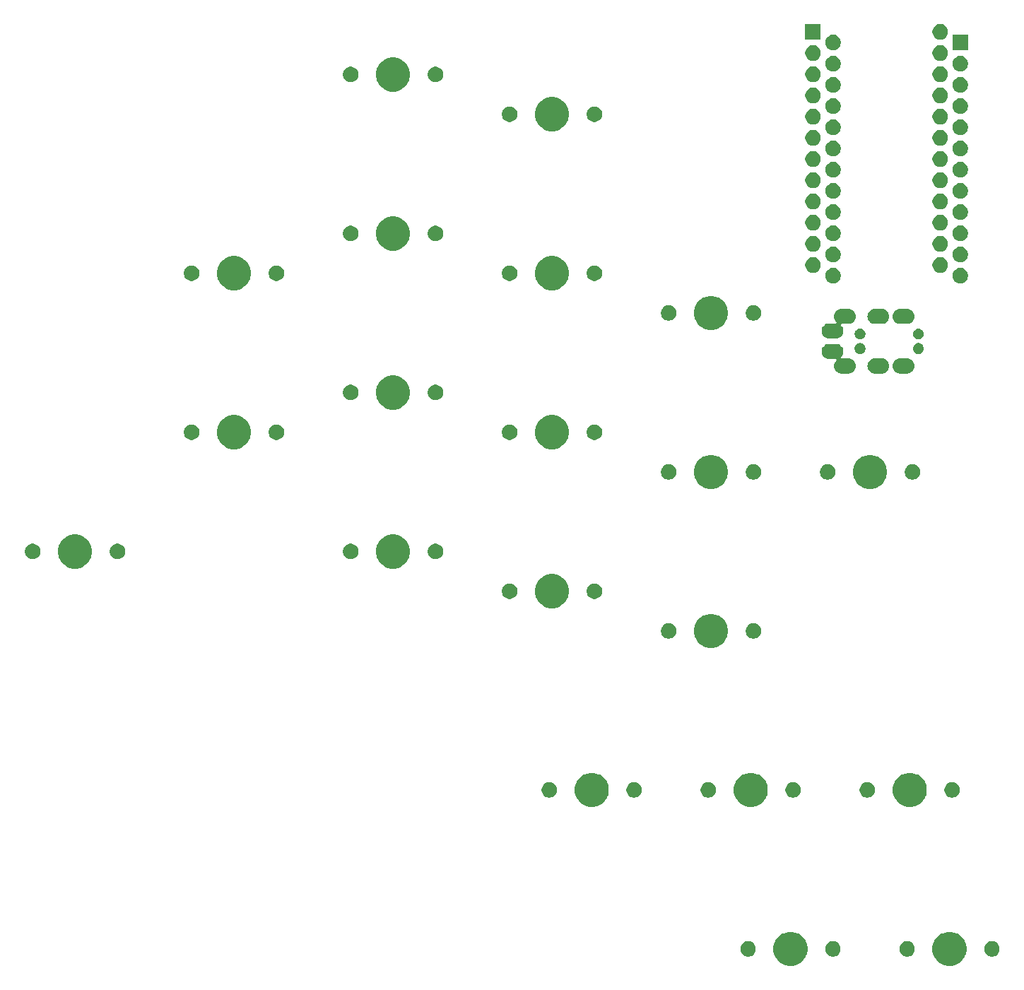
<source format=gbr>
G04 #@! TF.GenerationSoftware,KiCad,Pcbnew,(5.1.4-0)*
G04 #@! TF.CreationDate,2021-02-04T00:36:41-05:00*
G04 #@! TF.ProjectId,mxnatee,6d786e61-7465-4652-9e6b-696361645f70,rev?*
G04 #@! TF.SameCoordinates,Original*
G04 #@! TF.FileFunction,Soldermask,Top*
G04 #@! TF.FilePolarity,Negative*
%FSLAX46Y46*%
G04 Gerber Fmt 4.6, Leading zero omitted, Abs format (unit mm)*
G04 Created by KiCad (PCBNEW (5.1.4-0)) date 2021-02-04 00:36:41*
%MOMM*%
%LPD*%
G04 APERTURE LIST*
%ADD10C,0.100000*%
G04 APERTURE END LIST*
D10*
G36*
X132358974Y-136019184D02*
G01*
X132576974Y-136109483D01*
X132731123Y-136173333D01*
X133066048Y-136397123D01*
X133350877Y-136681952D01*
X133574667Y-137016877D01*
X133607062Y-137095086D01*
X133728816Y-137389026D01*
X133807400Y-137784094D01*
X133807400Y-138186906D01*
X133728816Y-138581974D01*
X133677951Y-138704772D01*
X133574667Y-138954123D01*
X133350877Y-139289048D01*
X133066048Y-139573877D01*
X132731123Y-139797667D01*
X132576974Y-139861517D01*
X132358974Y-139951816D01*
X131963906Y-140030400D01*
X131561094Y-140030400D01*
X131166026Y-139951816D01*
X130948026Y-139861517D01*
X130793877Y-139797667D01*
X130458952Y-139573877D01*
X130174123Y-139289048D01*
X129950333Y-138954123D01*
X129847049Y-138704772D01*
X129796184Y-138581974D01*
X129717600Y-138186906D01*
X129717600Y-137784094D01*
X129796184Y-137389026D01*
X129917938Y-137095086D01*
X129950333Y-137016877D01*
X130174123Y-136681952D01*
X130458952Y-136397123D01*
X130793877Y-136173333D01*
X130948026Y-136109483D01*
X131166026Y-136019184D01*
X131561094Y-135940600D01*
X131963906Y-135940600D01*
X132358974Y-136019184D01*
X132358974Y-136019184D01*
G37*
G36*
X113308974Y-136019184D02*
G01*
X113526974Y-136109483D01*
X113681123Y-136173333D01*
X114016048Y-136397123D01*
X114300877Y-136681952D01*
X114524667Y-137016877D01*
X114557062Y-137095086D01*
X114678816Y-137389026D01*
X114757400Y-137784094D01*
X114757400Y-138186906D01*
X114678816Y-138581974D01*
X114627951Y-138704772D01*
X114524667Y-138954123D01*
X114300877Y-139289048D01*
X114016048Y-139573877D01*
X113681123Y-139797667D01*
X113526974Y-139861517D01*
X113308974Y-139951816D01*
X112913906Y-140030400D01*
X112511094Y-140030400D01*
X112116026Y-139951816D01*
X111898026Y-139861517D01*
X111743877Y-139797667D01*
X111408952Y-139573877D01*
X111124123Y-139289048D01*
X110900333Y-138954123D01*
X110797049Y-138704772D01*
X110746184Y-138581974D01*
X110667600Y-138186906D01*
X110667600Y-137784094D01*
X110746184Y-137389026D01*
X110867938Y-137095086D01*
X110900333Y-137016877D01*
X111124123Y-136681952D01*
X111408952Y-136397123D01*
X111743877Y-136173333D01*
X111898026Y-136109483D01*
X112116026Y-136019184D01*
X112511094Y-135940600D01*
X112913906Y-135940600D01*
X113308974Y-136019184D01*
X113308974Y-136019184D01*
G37*
G36*
X118062604Y-137095085D02*
G01*
X118231126Y-137164889D01*
X118382791Y-137266228D01*
X118511772Y-137395209D01*
X118613111Y-137546874D01*
X118682915Y-137715396D01*
X118718500Y-137894297D01*
X118718500Y-138076703D01*
X118682915Y-138255604D01*
X118613111Y-138424126D01*
X118511772Y-138575791D01*
X118382791Y-138704772D01*
X118231126Y-138806111D01*
X118062604Y-138875915D01*
X117883703Y-138911500D01*
X117701297Y-138911500D01*
X117522396Y-138875915D01*
X117353874Y-138806111D01*
X117202209Y-138704772D01*
X117073228Y-138575791D01*
X116971889Y-138424126D01*
X116902085Y-138255604D01*
X116866500Y-138076703D01*
X116866500Y-137894297D01*
X116902085Y-137715396D01*
X116971889Y-137546874D01*
X117073228Y-137395209D01*
X117202209Y-137266228D01*
X117353874Y-137164889D01*
X117522396Y-137095085D01*
X117701297Y-137059500D01*
X117883703Y-137059500D01*
X118062604Y-137095085D01*
X118062604Y-137095085D01*
G37*
G36*
X107902604Y-137095085D02*
G01*
X108071126Y-137164889D01*
X108222791Y-137266228D01*
X108351772Y-137395209D01*
X108453111Y-137546874D01*
X108522915Y-137715396D01*
X108558500Y-137894297D01*
X108558500Y-138076703D01*
X108522915Y-138255604D01*
X108453111Y-138424126D01*
X108351772Y-138575791D01*
X108222791Y-138704772D01*
X108071126Y-138806111D01*
X107902604Y-138875915D01*
X107723703Y-138911500D01*
X107541297Y-138911500D01*
X107362396Y-138875915D01*
X107193874Y-138806111D01*
X107042209Y-138704772D01*
X106913228Y-138575791D01*
X106811889Y-138424126D01*
X106742085Y-138255604D01*
X106706500Y-138076703D01*
X106706500Y-137894297D01*
X106742085Y-137715396D01*
X106811889Y-137546874D01*
X106913228Y-137395209D01*
X107042209Y-137266228D01*
X107193874Y-137164889D01*
X107362396Y-137095085D01*
X107541297Y-137059500D01*
X107723703Y-137059500D01*
X107902604Y-137095085D01*
X107902604Y-137095085D01*
G37*
G36*
X137112604Y-137095085D02*
G01*
X137281126Y-137164889D01*
X137432791Y-137266228D01*
X137561772Y-137395209D01*
X137663111Y-137546874D01*
X137732915Y-137715396D01*
X137768500Y-137894297D01*
X137768500Y-138076703D01*
X137732915Y-138255604D01*
X137663111Y-138424126D01*
X137561772Y-138575791D01*
X137432791Y-138704772D01*
X137281126Y-138806111D01*
X137112604Y-138875915D01*
X136933703Y-138911500D01*
X136751297Y-138911500D01*
X136572396Y-138875915D01*
X136403874Y-138806111D01*
X136252209Y-138704772D01*
X136123228Y-138575791D01*
X136021889Y-138424126D01*
X135952085Y-138255604D01*
X135916500Y-138076703D01*
X135916500Y-137894297D01*
X135952085Y-137715396D01*
X136021889Y-137546874D01*
X136123228Y-137395209D01*
X136252209Y-137266228D01*
X136403874Y-137164889D01*
X136572396Y-137095085D01*
X136751297Y-137059500D01*
X136933703Y-137059500D01*
X137112604Y-137095085D01*
X137112604Y-137095085D01*
G37*
G36*
X126952604Y-137095085D02*
G01*
X127121126Y-137164889D01*
X127272791Y-137266228D01*
X127401772Y-137395209D01*
X127503111Y-137546874D01*
X127572915Y-137715396D01*
X127608500Y-137894297D01*
X127608500Y-138076703D01*
X127572915Y-138255604D01*
X127503111Y-138424126D01*
X127401772Y-138575791D01*
X127272791Y-138704772D01*
X127121126Y-138806111D01*
X126952604Y-138875915D01*
X126773703Y-138911500D01*
X126591297Y-138911500D01*
X126412396Y-138875915D01*
X126243874Y-138806111D01*
X126092209Y-138704772D01*
X125963228Y-138575791D01*
X125861889Y-138424126D01*
X125792085Y-138255604D01*
X125756500Y-138076703D01*
X125756500Y-137894297D01*
X125792085Y-137715396D01*
X125861889Y-137546874D01*
X125963228Y-137395209D01*
X126092209Y-137266228D01*
X126243874Y-137164889D01*
X126412396Y-137095085D01*
X126591297Y-137059500D01*
X126773703Y-137059500D01*
X126952604Y-137095085D01*
X126952604Y-137095085D01*
G37*
G36*
X127596474Y-116969184D02*
G01*
X127814474Y-117059483D01*
X127968623Y-117123333D01*
X128303548Y-117347123D01*
X128588377Y-117631952D01*
X128812167Y-117966877D01*
X128844562Y-118045086D01*
X128966316Y-118339026D01*
X129044900Y-118734094D01*
X129044900Y-119136906D01*
X128966316Y-119531974D01*
X128915451Y-119654772D01*
X128812167Y-119904123D01*
X128588377Y-120239048D01*
X128303548Y-120523877D01*
X127968623Y-120747667D01*
X127814474Y-120811517D01*
X127596474Y-120901816D01*
X127201406Y-120980400D01*
X126798594Y-120980400D01*
X126403526Y-120901816D01*
X126185526Y-120811517D01*
X126031377Y-120747667D01*
X125696452Y-120523877D01*
X125411623Y-120239048D01*
X125187833Y-119904123D01*
X125084549Y-119654772D01*
X125033684Y-119531974D01*
X124955100Y-119136906D01*
X124955100Y-118734094D01*
X125033684Y-118339026D01*
X125155438Y-118045086D01*
X125187833Y-117966877D01*
X125411623Y-117631952D01*
X125696452Y-117347123D01*
X126031377Y-117123333D01*
X126185526Y-117059483D01*
X126403526Y-116969184D01*
X126798594Y-116890600D01*
X127201406Y-116890600D01*
X127596474Y-116969184D01*
X127596474Y-116969184D01*
G37*
G36*
X108546474Y-116969184D02*
G01*
X108764474Y-117059483D01*
X108918623Y-117123333D01*
X109253548Y-117347123D01*
X109538377Y-117631952D01*
X109762167Y-117966877D01*
X109794562Y-118045086D01*
X109916316Y-118339026D01*
X109994900Y-118734094D01*
X109994900Y-119136906D01*
X109916316Y-119531974D01*
X109865451Y-119654772D01*
X109762167Y-119904123D01*
X109538377Y-120239048D01*
X109253548Y-120523877D01*
X108918623Y-120747667D01*
X108764474Y-120811517D01*
X108546474Y-120901816D01*
X108151406Y-120980400D01*
X107748594Y-120980400D01*
X107353526Y-120901816D01*
X107135526Y-120811517D01*
X106981377Y-120747667D01*
X106646452Y-120523877D01*
X106361623Y-120239048D01*
X106137833Y-119904123D01*
X106034549Y-119654772D01*
X105983684Y-119531974D01*
X105905100Y-119136906D01*
X105905100Y-118734094D01*
X105983684Y-118339026D01*
X106105438Y-118045086D01*
X106137833Y-117966877D01*
X106361623Y-117631952D01*
X106646452Y-117347123D01*
X106981377Y-117123333D01*
X107135526Y-117059483D01*
X107353526Y-116969184D01*
X107748594Y-116890600D01*
X108151406Y-116890600D01*
X108546474Y-116969184D01*
X108546474Y-116969184D01*
G37*
G36*
X89496474Y-116969184D02*
G01*
X89714474Y-117059483D01*
X89868623Y-117123333D01*
X90203548Y-117347123D01*
X90488377Y-117631952D01*
X90712167Y-117966877D01*
X90744562Y-118045086D01*
X90866316Y-118339026D01*
X90944900Y-118734094D01*
X90944900Y-119136906D01*
X90866316Y-119531974D01*
X90815451Y-119654772D01*
X90712167Y-119904123D01*
X90488377Y-120239048D01*
X90203548Y-120523877D01*
X89868623Y-120747667D01*
X89714474Y-120811517D01*
X89496474Y-120901816D01*
X89101406Y-120980400D01*
X88698594Y-120980400D01*
X88303526Y-120901816D01*
X88085526Y-120811517D01*
X87931377Y-120747667D01*
X87596452Y-120523877D01*
X87311623Y-120239048D01*
X87087833Y-119904123D01*
X86984549Y-119654772D01*
X86933684Y-119531974D01*
X86855100Y-119136906D01*
X86855100Y-118734094D01*
X86933684Y-118339026D01*
X87055438Y-118045086D01*
X87087833Y-117966877D01*
X87311623Y-117631952D01*
X87596452Y-117347123D01*
X87931377Y-117123333D01*
X88085526Y-117059483D01*
X88303526Y-116969184D01*
X88698594Y-116890600D01*
X89101406Y-116890600D01*
X89496474Y-116969184D01*
X89496474Y-116969184D01*
G37*
G36*
X103140104Y-118045085D02*
G01*
X103308626Y-118114889D01*
X103460291Y-118216228D01*
X103589272Y-118345209D01*
X103690611Y-118496874D01*
X103760415Y-118665396D01*
X103796000Y-118844297D01*
X103796000Y-119026703D01*
X103760415Y-119205604D01*
X103690611Y-119374126D01*
X103589272Y-119525791D01*
X103460291Y-119654772D01*
X103308626Y-119756111D01*
X103140104Y-119825915D01*
X102961203Y-119861500D01*
X102778797Y-119861500D01*
X102599896Y-119825915D01*
X102431374Y-119756111D01*
X102279709Y-119654772D01*
X102150728Y-119525791D01*
X102049389Y-119374126D01*
X101979585Y-119205604D01*
X101944000Y-119026703D01*
X101944000Y-118844297D01*
X101979585Y-118665396D01*
X102049389Y-118496874D01*
X102150728Y-118345209D01*
X102279709Y-118216228D01*
X102431374Y-118114889D01*
X102599896Y-118045085D01*
X102778797Y-118009500D01*
X102961203Y-118009500D01*
X103140104Y-118045085D01*
X103140104Y-118045085D01*
G37*
G36*
X94250104Y-118045085D02*
G01*
X94418626Y-118114889D01*
X94570291Y-118216228D01*
X94699272Y-118345209D01*
X94800611Y-118496874D01*
X94870415Y-118665396D01*
X94906000Y-118844297D01*
X94906000Y-119026703D01*
X94870415Y-119205604D01*
X94800611Y-119374126D01*
X94699272Y-119525791D01*
X94570291Y-119654772D01*
X94418626Y-119756111D01*
X94250104Y-119825915D01*
X94071203Y-119861500D01*
X93888797Y-119861500D01*
X93709896Y-119825915D01*
X93541374Y-119756111D01*
X93389709Y-119654772D01*
X93260728Y-119525791D01*
X93159389Y-119374126D01*
X93089585Y-119205604D01*
X93054000Y-119026703D01*
X93054000Y-118844297D01*
X93089585Y-118665396D01*
X93159389Y-118496874D01*
X93260728Y-118345209D01*
X93389709Y-118216228D01*
X93541374Y-118114889D01*
X93709896Y-118045085D01*
X93888797Y-118009500D01*
X94071203Y-118009500D01*
X94250104Y-118045085D01*
X94250104Y-118045085D01*
G37*
G36*
X122190104Y-118045085D02*
G01*
X122358626Y-118114889D01*
X122510291Y-118216228D01*
X122639272Y-118345209D01*
X122740611Y-118496874D01*
X122810415Y-118665396D01*
X122846000Y-118844297D01*
X122846000Y-119026703D01*
X122810415Y-119205604D01*
X122740611Y-119374126D01*
X122639272Y-119525791D01*
X122510291Y-119654772D01*
X122358626Y-119756111D01*
X122190104Y-119825915D01*
X122011203Y-119861500D01*
X121828797Y-119861500D01*
X121649896Y-119825915D01*
X121481374Y-119756111D01*
X121329709Y-119654772D01*
X121200728Y-119525791D01*
X121099389Y-119374126D01*
X121029585Y-119205604D01*
X120994000Y-119026703D01*
X120994000Y-118844297D01*
X121029585Y-118665396D01*
X121099389Y-118496874D01*
X121200728Y-118345209D01*
X121329709Y-118216228D01*
X121481374Y-118114889D01*
X121649896Y-118045085D01*
X121828797Y-118009500D01*
X122011203Y-118009500D01*
X122190104Y-118045085D01*
X122190104Y-118045085D01*
G37*
G36*
X132350104Y-118045085D02*
G01*
X132518626Y-118114889D01*
X132670291Y-118216228D01*
X132799272Y-118345209D01*
X132900611Y-118496874D01*
X132970415Y-118665396D01*
X133006000Y-118844297D01*
X133006000Y-119026703D01*
X132970415Y-119205604D01*
X132900611Y-119374126D01*
X132799272Y-119525791D01*
X132670291Y-119654772D01*
X132518626Y-119756111D01*
X132350104Y-119825915D01*
X132171203Y-119861500D01*
X131988797Y-119861500D01*
X131809896Y-119825915D01*
X131641374Y-119756111D01*
X131489709Y-119654772D01*
X131360728Y-119525791D01*
X131259389Y-119374126D01*
X131189585Y-119205604D01*
X131154000Y-119026703D01*
X131154000Y-118844297D01*
X131189585Y-118665396D01*
X131259389Y-118496874D01*
X131360728Y-118345209D01*
X131489709Y-118216228D01*
X131641374Y-118114889D01*
X131809896Y-118045085D01*
X131988797Y-118009500D01*
X132171203Y-118009500D01*
X132350104Y-118045085D01*
X132350104Y-118045085D01*
G37*
G36*
X84090104Y-118045085D02*
G01*
X84258626Y-118114889D01*
X84410291Y-118216228D01*
X84539272Y-118345209D01*
X84640611Y-118496874D01*
X84710415Y-118665396D01*
X84746000Y-118844297D01*
X84746000Y-119026703D01*
X84710415Y-119205604D01*
X84640611Y-119374126D01*
X84539272Y-119525791D01*
X84410291Y-119654772D01*
X84258626Y-119756111D01*
X84090104Y-119825915D01*
X83911203Y-119861500D01*
X83728797Y-119861500D01*
X83549896Y-119825915D01*
X83381374Y-119756111D01*
X83229709Y-119654772D01*
X83100728Y-119525791D01*
X82999389Y-119374126D01*
X82929585Y-119205604D01*
X82894000Y-119026703D01*
X82894000Y-118844297D01*
X82929585Y-118665396D01*
X82999389Y-118496874D01*
X83100728Y-118345209D01*
X83229709Y-118216228D01*
X83381374Y-118114889D01*
X83549896Y-118045085D01*
X83728797Y-118009500D01*
X83911203Y-118009500D01*
X84090104Y-118045085D01*
X84090104Y-118045085D01*
G37*
G36*
X113300104Y-118045085D02*
G01*
X113468626Y-118114889D01*
X113620291Y-118216228D01*
X113749272Y-118345209D01*
X113850611Y-118496874D01*
X113920415Y-118665396D01*
X113956000Y-118844297D01*
X113956000Y-119026703D01*
X113920415Y-119205604D01*
X113850611Y-119374126D01*
X113749272Y-119525791D01*
X113620291Y-119654772D01*
X113468626Y-119756111D01*
X113300104Y-119825915D01*
X113121203Y-119861500D01*
X112938797Y-119861500D01*
X112759896Y-119825915D01*
X112591374Y-119756111D01*
X112439709Y-119654772D01*
X112310728Y-119525791D01*
X112209389Y-119374126D01*
X112139585Y-119205604D01*
X112104000Y-119026703D01*
X112104000Y-118844297D01*
X112139585Y-118665396D01*
X112209389Y-118496874D01*
X112310728Y-118345209D01*
X112439709Y-118216228D01*
X112591374Y-118114889D01*
X112759896Y-118045085D01*
X112938797Y-118009500D01*
X113121203Y-118009500D01*
X113300104Y-118045085D01*
X113300104Y-118045085D01*
G37*
G36*
X103783974Y-97919184D02*
G01*
X104001974Y-98009483D01*
X104156123Y-98073333D01*
X104491048Y-98297123D01*
X104775877Y-98581952D01*
X104999667Y-98916877D01*
X105032062Y-98995086D01*
X105153816Y-99289026D01*
X105232400Y-99684094D01*
X105232400Y-100086906D01*
X105153816Y-100481974D01*
X105102951Y-100604772D01*
X104999667Y-100854123D01*
X104775877Y-101189048D01*
X104491048Y-101473877D01*
X104156123Y-101697667D01*
X104001974Y-101761517D01*
X103783974Y-101851816D01*
X103388906Y-101930400D01*
X102986094Y-101930400D01*
X102591026Y-101851816D01*
X102373026Y-101761517D01*
X102218877Y-101697667D01*
X101883952Y-101473877D01*
X101599123Y-101189048D01*
X101375333Y-100854123D01*
X101272049Y-100604772D01*
X101221184Y-100481974D01*
X101142600Y-100086906D01*
X101142600Y-99684094D01*
X101221184Y-99289026D01*
X101342938Y-98995086D01*
X101375333Y-98916877D01*
X101599123Y-98581952D01*
X101883952Y-98297123D01*
X102218877Y-98073333D01*
X102373026Y-98009483D01*
X102591026Y-97919184D01*
X102986094Y-97840600D01*
X103388906Y-97840600D01*
X103783974Y-97919184D01*
X103783974Y-97919184D01*
G37*
G36*
X98377604Y-98995085D02*
G01*
X98546126Y-99064889D01*
X98697791Y-99166228D01*
X98826772Y-99295209D01*
X98928111Y-99446874D01*
X98997915Y-99615396D01*
X99033500Y-99794297D01*
X99033500Y-99976703D01*
X98997915Y-100155604D01*
X98928111Y-100324126D01*
X98826772Y-100475791D01*
X98697791Y-100604772D01*
X98546126Y-100706111D01*
X98377604Y-100775915D01*
X98198703Y-100811500D01*
X98016297Y-100811500D01*
X97837396Y-100775915D01*
X97668874Y-100706111D01*
X97517209Y-100604772D01*
X97388228Y-100475791D01*
X97286889Y-100324126D01*
X97217085Y-100155604D01*
X97181500Y-99976703D01*
X97181500Y-99794297D01*
X97217085Y-99615396D01*
X97286889Y-99446874D01*
X97388228Y-99295209D01*
X97517209Y-99166228D01*
X97668874Y-99064889D01*
X97837396Y-98995085D01*
X98016297Y-98959500D01*
X98198703Y-98959500D01*
X98377604Y-98995085D01*
X98377604Y-98995085D01*
G37*
G36*
X108537604Y-98995085D02*
G01*
X108706126Y-99064889D01*
X108857791Y-99166228D01*
X108986772Y-99295209D01*
X109088111Y-99446874D01*
X109157915Y-99615396D01*
X109193500Y-99794297D01*
X109193500Y-99976703D01*
X109157915Y-100155604D01*
X109088111Y-100324126D01*
X108986772Y-100475791D01*
X108857791Y-100604772D01*
X108706126Y-100706111D01*
X108537604Y-100775915D01*
X108358703Y-100811500D01*
X108176297Y-100811500D01*
X107997396Y-100775915D01*
X107828874Y-100706111D01*
X107677209Y-100604772D01*
X107548228Y-100475791D01*
X107446889Y-100324126D01*
X107377085Y-100155604D01*
X107341500Y-99976703D01*
X107341500Y-99794297D01*
X107377085Y-99615396D01*
X107446889Y-99446874D01*
X107548228Y-99295209D01*
X107677209Y-99166228D01*
X107828874Y-99064889D01*
X107997396Y-98995085D01*
X108176297Y-98959500D01*
X108358703Y-98959500D01*
X108537604Y-98995085D01*
X108537604Y-98995085D01*
G37*
G36*
X84733974Y-93156684D02*
G01*
X84951974Y-93246983D01*
X85106123Y-93310833D01*
X85441048Y-93534623D01*
X85725877Y-93819452D01*
X85949667Y-94154377D01*
X85982062Y-94232586D01*
X86103816Y-94526526D01*
X86182400Y-94921594D01*
X86182400Y-95324406D01*
X86103816Y-95719474D01*
X86052951Y-95842272D01*
X85949667Y-96091623D01*
X85725877Y-96426548D01*
X85441048Y-96711377D01*
X85106123Y-96935167D01*
X84951974Y-96999017D01*
X84733974Y-97089316D01*
X84338906Y-97167900D01*
X83936094Y-97167900D01*
X83541026Y-97089316D01*
X83323026Y-96999017D01*
X83168877Y-96935167D01*
X82833952Y-96711377D01*
X82549123Y-96426548D01*
X82325333Y-96091623D01*
X82222049Y-95842272D01*
X82171184Y-95719474D01*
X82092600Y-95324406D01*
X82092600Y-94921594D01*
X82171184Y-94526526D01*
X82292938Y-94232586D01*
X82325333Y-94154377D01*
X82549123Y-93819452D01*
X82833952Y-93534623D01*
X83168877Y-93310833D01*
X83323026Y-93246983D01*
X83541026Y-93156684D01*
X83936094Y-93078100D01*
X84338906Y-93078100D01*
X84733974Y-93156684D01*
X84733974Y-93156684D01*
G37*
G36*
X89487604Y-94232585D02*
G01*
X89656126Y-94302389D01*
X89807791Y-94403728D01*
X89936772Y-94532709D01*
X90038111Y-94684374D01*
X90107915Y-94852896D01*
X90143500Y-95031797D01*
X90143500Y-95214203D01*
X90107915Y-95393104D01*
X90038111Y-95561626D01*
X89936772Y-95713291D01*
X89807791Y-95842272D01*
X89656126Y-95943611D01*
X89487604Y-96013415D01*
X89308703Y-96049000D01*
X89126297Y-96049000D01*
X88947396Y-96013415D01*
X88778874Y-95943611D01*
X88627209Y-95842272D01*
X88498228Y-95713291D01*
X88396889Y-95561626D01*
X88327085Y-95393104D01*
X88291500Y-95214203D01*
X88291500Y-95031797D01*
X88327085Y-94852896D01*
X88396889Y-94684374D01*
X88498228Y-94532709D01*
X88627209Y-94403728D01*
X88778874Y-94302389D01*
X88947396Y-94232585D01*
X89126297Y-94197000D01*
X89308703Y-94197000D01*
X89487604Y-94232585D01*
X89487604Y-94232585D01*
G37*
G36*
X79327604Y-94232585D02*
G01*
X79496126Y-94302389D01*
X79647791Y-94403728D01*
X79776772Y-94532709D01*
X79878111Y-94684374D01*
X79947915Y-94852896D01*
X79983500Y-95031797D01*
X79983500Y-95214203D01*
X79947915Y-95393104D01*
X79878111Y-95561626D01*
X79776772Y-95713291D01*
X79647791Y-95842272D01*
X79496126Y-95943611D01*
X79327604Y-96013415D01*
X79148703Y-96049000D01*
X78966297Y-96049000D01*
X78787396Y-96013415D01*
X78618874Y-95943611D01*
X78467209Y-95842272D01*
X78338228Y-95713291D01*
X78236889Y-95561626D01*
X78167085Y-95393104D01*
X78131500Y-95214203D01*
X78131500Y-95031797D01*
X78167085Y-94852896D01*
X78236889Y-94684374D01*
X78338228Y-94532709D01*
X78467209Y-94403728D01*
X78618874Y-94302389D01*
X78787396Y-94232585D01*
X78966297Y-94197000D01*
X79148703Y-94197000D01*
X79327604Y-94232585D01*
X79327604Y-94232585D01*
G37*
G36*
X27583974Y-88394184D02*
G01*
X27801974Y-88484483D01*
X27956123Y-88548333D01*
X28291048Y-88772123D01*
X28575877Y-89056952D01*
X28799667Y-89391877D01*
X28832062Y-89470086D01*
X28953816Y-89764026D01*
X29032400Y-90159094D01*
X29032400Y-90561906D01*
X28953816Y-90956974D01*
X28902951Y-91079772D01*
X28799667Y-91329123D01*
X28575877Y-91664048D01*
X28291048Y-91948877D01*
X27956123Y-92172667D01*
X27801974Y-92236517D01*
X27583974Y-92326816D01*
X27188906Y-92405400D01*
X26786094Y-92405400D01*
X26391026Y-92326816D01*
X26173026Y-92236517D01*
X26018877Y-92172667D01*
X25683952Y-91948877D01*
X25399123Y-91664048D01*
X25175333Y-91329123D01*
X25072049Y-91079772D01*
X25021184Y-90956974D01*
X24942600Y-90561906D01*
X24942600Y-90159094D01*
X25021184Y-89764026D01*
X25142938Y-89470086D01*
X25175333Y-89391877D01*
X25399123Y-89056952D01*
X25683952Y-88772123D01*
X26018877Y-88548333D01*
X26173026Y-88484483D01*
X26391026Y-88394184D01*
X26786094Y-88315600D01*
X27188906Y-88315600D01*
X27583974Y-88394184D01*
X27583974Y-88394184D01*
G37*
G36*
X65683974Y-88394184D02*
G01*
X65901974Y-88484483D01*
X66056123Y-88548333D01*
X66391048Y-88772123D01*
X66675877Y-89056952D01*
X66899667Y-89391877D01*
X66932062Y-89470086D01*
X67053816Y-89764026D01*
X67132400Y-90159094D01*
X67132400Y-90561906D01*
X67053816Y-90956974D01*
X67002951Y-91079772D01*
X66899667Y-91329123D01*
X66675877Y-91664048D01*
X66391048Y-91948877D01*
X66056123Y-92172667D01*
X65901974Y-92236517D01*
X65683974Y-92326816D01*
X65288906Y-92405400D01*
X64886094Y-92405400D01*
X64491026Y-92326816D01*
X64273026Y-92236517D01*
X64118877Y-92172667D01*
X63783952Y-91948877D01*
X63499123Y-91664048D01*
X63275333Y-91329123D01*
X63172049Y-91079772D01*
X63121184Y-90956974D01*
X63042600Y-90561906D01*
X63042600Y-90159094D01*
X63121184Y-89764026D01*
X63242938Y-89470086D01*
X63275333Y-89391877D01*
X63499123Y-89056952D01*
X63783952Y-88772123D01*
X64118877Y-88548333D01*
X64273026Y-88484483D01*
X64491026Y-88394184D01*
X64886094Y-88315600D01*
X65288906Y-88315600D01*
X65683974Y-88394184D01*
X65683974Y-88394184D01*
G37*
G36*
X32337604Y-89470085D02*
G01*
X32506126Y-89539889D01*
X32657791Y-89641228D01*
X32786772Y-89770209D01*
X32888111Y-89921874D01*
X32957915Y-90090396D01*
X32993500Y-90269297D01*
X32993500Y-90451703D01*
X32957915Y-90630604D01*
X32888111Y-90799126D01*
X32786772Y-90950791D01*
X32657791Y-91079772D01*
X32506126Y-91181111D01*
X32337604Y-91250915D01*
X32158703Y-91286500D01*
X31976297Y-91286500D01*
X31797396Y-91250915D01*
X31628874Y-91181111D01*
X31477209Y-91079772D01*
X31348228Y-90950791D01*
X31246889Y-90799126D01*
X31177085Y-90630604D01*
X31141500Y-90451703D01*
X31141500Y-90269297D01*
X31177085Y-90090396D01*
X31246889Y-89921874D01*
X31348228Y-89770209D01*
X31477209Y-89641228D01*
X31628874Y-89539889D01*
X31797396Y-89470085D01*
X31976297Y-89434500D01*
X32158703Y-89434500D01*
X32337604Y-89470085D01*
X32337604Y-89470085D01*
G37*
G36*
X22177604Y-89470085D02*
G01*
X22346126Y-89539889D01*
X22497791Y-89641228D01*
X22626772Y-89770209D01*
X22728111Y-89921874D01*
X22797915Y-90090396D01*
X22833500Y-90269297D01*
X22833500Y-90451703D01*
X22797915Y-90630604D01*
X22728111Y-90799126D01*
X22626772Y-90950791D01*
X22497791Y-91079772D01*
X22346126Y-91181111D01*
X22177604Y-91250915D01*
X21998703Y-91286500D01*
X21816297Y-91286500D01*
X21637396Y-91250915D01*
X21468874Y-91181111D01*
X21317209Y-91079772D01*
X21188228Y-90950791D01*
X21086889Y-90799126D01*
X21017085Y-90630604D01*
X20981500Y-90451703D01*
X20981500Y-90269297D01*
X21017085Y-90090396D01*
X21086889Y-89921874D01*
X21188228Y-89770209D01*
X21317209Y-89641228D01*
X21468874Y-89539889D01*
X21637396Y-89470085D01*
X21816297Y-89434500D01*
X21998703Y-89434500D01*
X22177604Y-89470085D01*
X22177604Y-89470085D01*
G37*
G36*
X60277604Y-89470085D02*
G01*
X60446126Y-89539889D01*
X60597791Y-89641228D01*
X60726772Y-89770209D01*
X60828111Y-89921874D01*
X60897915Y-90090396D01*
X60933500Y-90269297D01*
X60933500Y-90451703D01*
X60897915Y-90630604D01*
X60828111Y-90799126D01*
X60726772Y-90950791D01*
X60597791Y-91079772D01*
X60446126Y-91181111D01*
X60277604Y-91250915D01*
X60098703Y-91286500D01*
X59916297Y-91286500D01*
X59737396Y-91250915D01*
X59568874Y-91181111D01*
X59417209Y-91079772D01*
X59288228Y-90950791D01*
X59186889Y-90799126D01*
X59117085Y-90630604D01*
X59081500Y-90451703D01*
X59081500Y-90269297D01*
X59117085Y-90090396D01*
X59186889Y-89921874D01*
X59288228Y-89770209D01*
X59417209Y-89641228D01*
X59568874Y-89539889D01*
X59737396Y-89470085D01*
X59916297Y-89434500D01*
X60098703Y-89434500D01*
X60277604Y-89470085D01*
X60277604Y-89470085D01*
G37*
G36*
X70437604Y-89470085D02*
G01*
X70606126Y-89539889D01*
X70757791Y-89641228D01*
X70886772Y-89770209D01*
X70988111Y-89921874D01*
X71057915Y-90090396D01*
X71093500Y-90269297D01*
X71093500Y-90451703D01*
X71057915Y-90630604D01*
X70988111Y-90799126D01*
X70886772Y-90950791D01*
X70757791Y-91079772D01*
X70606126Y-91181111D01*
X70437604Y-91250915D01*
X70258703Y-91286500D01*
X70076297Y-91286500D01*
X69897396Y-91250915D01*
X69728874Y-91181111D01*
X69577209Y-91079772D01*
X69448228Y-90950791D01*
X69346889Y-90799126D01*
X69277085Y-90630604D01*
X69241500Y-90451703D01*
X69241500Y-90269297D01*
X69277085Y-90090396D01*
X69346889Y-89921874D01*
X69448228Y-89770209D01*
X69577209Y-89641228D01*
X69728874Y-89539889D01*
X69897396Y-89470085D01*
X70076297Y-89434500D01*
X70258703Y-89434500D01*
X70437604Y-89470085D01*
X70437604Y-89470085D01*
G37*
G36*
X122833974Y-78869184D02*
G01*
X123051974Y-78959483D01*
X123206123Y-79023333D01*
X123541048Y-79247123D01*
X123825877Y-79531952D01*
X124049667Y-79866877D01*
X124082062Y-79945086D01*
X124203816Y-80239026D01*
X124282400Y-80634094D01*
X124282400Y-81036906D01*
X124203816Y-81431974D01*
X124152951Y-81554772D01*
X124049667Y-81804123D01*
X123825877Y-82139048D01*
X123541048Y-82423877D01*
X123206123Y-82647667D01*
X123051974Y-82711517D01*
X122833974Y-82801816D01*
X122438906Y-82880400D01*
X122036094Y-82880400D01*
X121641026Y-82801816D01*
X121423026Y-82711517D01*
X121268877Y-82647667D01*
X120933952Y-82423877D01*
X120649123Y-82139048D01*
X120425333Y-81804123D01*
X120322049Y-81554772D01*
X120271184Y-81431974D01*
X120192600Y-81036906D01*
X120192600Y-80634094D01*
X120271184Y-80239026D01*
X120392938Y-79945086D01*
X120425333Y-79866877D01*
X120649123Y-79531952D01*
X120933952Y-79247123D01*
X121268877Y-79023333D01*
X121423026Y-78959483D01*
X121641026Y-78869184D01*
X122036094Y-78790600D01*
X122438906Y-78790600D01*
X122833974Y-78869184D01*
X122833974Y-78869184D01*
G37*
G36*
X103783974Y-78869184D02*
G01*
X104001974Y-78959483D01*
X104156123Y-79023333D01*
X104491048Y-79247123D01*
X104775877Y-79531952D01*
X104999667Y-79866877D01*
X105032062Y-79945086D01*
X105153816Y-80239026D01*
X105232400Y-80634094D01*
X105232400Y-81036906D01*
X105153816Y-81431974D01*
X105102951Y-81554772D01*
X104999667Y-81804123D01*
X104775877Y-82139048D01*
X104491048Y-82423877D01*
X104156123Y-82647667D01*
X104001974Y-82711517D01*
X103783974Y-82801816D01*
X103388906Y-82880400D01*
X102986094Y-82880400D01*
X102591026Y-82801816D01*
X102373026Y-82711517D01*
X102218877Y-82647667D01*
X101883952Y-82423877D01*
X101599123Y-82139048D01*
X101375333Y-81804123D01*
X101272049Y-81554772D01*
X101221184Y-81431974D01*
X101142600Y-81036906D01*
X101142600Y-80634094D01*
X101221184Y-80239026D01*
X101342938Y-79945086D01*
X101375333Y-79866877D01*
X101599123Y-79531952D01*
X101883952Y-79247123D01*
X102218877Y-79023333D01*
X102373026Y-78959483D01*
X102591026Y-78869184D01*
X102986094Y-78790600D01*
X103388906Y-78790600D01*
X103783974Y-78869184D01*
X103783974Y-78869184D01*
G37*
G36*
X108537604Y-79945085D02*
G01*
X108706126Y-80014889D01*
X108857791Y-80116228D01*
X108986772Y-80245209D01*
X109088111Y-80396874D01*
X109157915Y-80565396D01*
X109193500Y-80744297D01*
X109193500Y-80926703D01*
X109157915Y-81105604D01*
X109088111Y-81274126D01*
X108986772Y-81425791D01*
X108857791Y-81554772D01*
X108706126Y-81656111D01*
X108537604Y-81725915D01*
X108358703Y-81761500D01*
X108176297Y-81761500D01*
X107997396Y-81725915D01*
X107828874Y-81656111D01*
X107677209Y-81554772D01*
X107548228Y-81425791D01*
X107446889Y-81274126D01*
X107377085Y-81105604D01*
X107341500Y-80926703D01*
X107341500Y-80744297D01*
X107377085Y-80565396D01*
X107446889Y-80396874D01*
X107548228Y-80245209D01*
X107677209Y-80116228D01*
X107828874Y-80014889D01*
X107997396Y-79945085D01*
X108176297Y-79909500D01*
X108358703Y-79909500D01*
X108537604Y-79945085D01*
X108537604Y-79945085D01*
G37*
G36*
X127587604Y-79945085D02*
G01*
X127756126Y-80014889D01*
X127907791Y-80116228D01*
X128036772Y-80245209D01*
X128138111Y-80396874D01*
X128207915Y-80565396D01*
X128243500Y-80744297D01*
X128243500Y-80926703D01*
X128207915Y-81105604D01*
X128138111Y-81274126D01*
X128036772Y-81425791D01*
X127907791Y-81554772D01*
X127756126Y-81656111D01*
X127587604Y-81725915D01*
X127408703Y-81761500D01*
X127226297Y-81761500D01*
X127047396Y-81725915D01*
X126878874Y-81656111D01*
X126727209Y-81554772D01*
X126598228Y-81425791D01*
X126496889Y-81274126D01*
X126427085Y-81105604D01*
X126391500Y-80926703D01*
X126391500Y-80744297D01*
X126427085Y-80565396D01*
X126496889Y-80396874D01*
X126598228Y-80245209D01*
X126727209Y-80116228D01*
X126878874Y-80014889D01*
X127047396Y-79945085D01*
X127226297Y-79909500D01*
X127408703Y-79909500D01*
X127587604Y-79945085D01*
X127587604Y-79945085D01*
G37*
G36*
X117427604Y-79945085D02*
G01*
X117596126Y-80014889D01*
X117747791Y-80116228D01*
X117876772Y-80245209D01*
X117978111Y-80396874D01*
X118047915Y-80565396D01*
X118083500Y-80744297D01*
X118083500Y-80926703D01*
X118047915Y-81105604D01*
X117978111Y-81274126D01*
X117876772Y-81425791D01*
X117747791Y-81554772D01*
X117596126Y-81656111D01*
X117427604Y-81725915D01*
X117248703Y-81761500D01*
X117066297Y-81761500D01*
X116887396Y-81725915D01*
X116718874Y-81656111D01*
X116567209Y-81554772D01*
X116438228Y-81425791D01*
X116336889Y-81274126D01*
X116267085Y-81105604D01*
X116231500Y-80926703D01*
X116231500Y-80744297D01*
X116267085Y-80565396D01*
X116336889Y-80396874D01*
X116438228Y-80245209D01*
X116567209Y-80116228D01*
X116718874Y-80014889D01*
X116887396Y-79945085D01*
X117066297Y-79909500D01*
X117248703Y-79909500D01*
X117427604Y-79945085D01*
X117427604Y-79945085D01*
G37*
G36*
X98377604Y-79945085D02*
G01*
X98546126Y-80014889D01*
X98697791Y-80116228D01*
X98826772Y-80245209D01*
X98928111Y-80396874D01*
X98997915Y-80565396D01*
X99033500Y-80744297D01*
X99033500Y-80926703D01*
X98997915Y-81105604D01*
X98928111Y-81274126D01*
X98826772Y-81425791D01*
X98697791Y-81554772D01*
X98546126Y-81656111D01*
X98377604Y-81725915D01*
X98198703Y-81761500D01*
X98016297Y-81761500D01*
X97837396Y-81725915D01*
X97668874Y-81656111D01*
X97517209Y-81554772D01*
X97388228Y-81425791D01*
X97286889Y-81274126D01*
X97217085Y-81105604D01*
X97181500Y-80926703D01*
X97181500Y-80744297D01*
X97217085Y-80565396D01*
X97286889Y-80396874D01*
X97388228Y-80245209D01*
X97517209Y-80116228D01*
X97668874Y-80014889D01*
X97837396Y-79945085D01*
X98016297Y-79909500D01*
X98198703Y-79909500D01*
X98377604Y-79945085D01*
X98377604Y-79945085D01*
G37*
G36*
X46633974Y-74106684D02*
G01*
X46851974Y-74196983D01*
X47006123Y-74260833D01*
X47341048Y-74484623D01*
X47625877Y-74769452D01*
X47849667Y-75104377D01*
X47882062Y-75182586D01*
X48003816Y-75476526D01*
X48082400Y-75871594D01*
X48082400Y-76274406D01*
X48003816Y-76669474D01*
X47952951Y-76792272D01*
X47849667Y-77041623D01*
X47625877Y-77376548D01*
X47341048Y-77661377D01*
X47006123Y-77885167D01*
X46851974Y-77949017D01*
X46633974Y-78039316D01*
X46238906Y-78117900D01*
X45836094Y-78117900D01*
X45441026Y-78039316D01*
X45223026Y-77949017D01*
X45068877Y-77885167D01*
X44733952Y-77661377D01*
X44449123Y-77376548D01*
X44225333Y-77041623D01*
X44122049Y-76792272D01*
X44071184Y-76669474D01*
X43992600Y-76274406D01*
X43992600Y-75871594D01*
X44071184Y-75476526D01*
X44192938Y-75182586D01*
X44225333Y-75104377D01*
X44449123Y-74769452D01*
X44733952Y-74484623D01*
X45068877Y-74260833D01*
X45223026Y-74196983D01*
X45441026Y-74106684D01*
X45836094Y-74028100D01*
X46238906Y-74028100D01*
X46633974Y-74106684D01*
X46633974Y-74106684D01*
G37*
G36*
X84733974Y-74106684D02*
G01*
X84951974Y-74196983D01*
X85106123Y-74260833D01*
X85441048Y-74484623D01*
X85725877Y-74769452D01*
X85949667Y-75104377D01*
X85982062Y-75182586D01*
X86103816Y-75476526D01*
X86182400Y-75871594D01*
X86182400Y-76274406D01*
X86103816Y-76669474D01*
X86052951Y-76792272D01*
X85949667Y-77041623D01*
X85725877Y-77376548D01*
X85441048Y-77661377D01*
X85106123Y-77885167D01*
X84951974Y-77949017D01*
X84733974Y-78039316D01*
X84338906Y-78117900D01*
X83936094Y-78117900D01*
X83541026Y-78039316D01*
X83323026Y-77949017D01*
X83168877Y-77885167D01*
X82833952Y-77661377D01*
X82549123Y-77376548D01*
X82325333Y-77041623D01*
X82222049Y-76792272D01*
X82171184Y-76669474D01*
X82092600Y-76274406D01*
X82092600Y-75871594D01*
X82171184Y-75476526D01*
X82292938Y-75182586D01*
X82325333Y-75104377D01*
X82549123Y-74769452D01*
X82833952Y-74484623D01*
X83168877Y-74260833D01*
X83323026Y-74196983D01*
X83541026Y-74106684D01*
X83936094Y-74028100D01*
X84338906Y-74028100D01*
X84733974Y-74106684D01*
X84733974Y-74106684D01*
G37*
G36*
X41227604Y-75182585D02*
G01*
X41396126Y-75252389D01*
X41547791Y-75353728D01*
X41676772Y-75482709D01*
X41778111Y-75634374D01*
X41847915Y-75802896D01*
X41883500Y-75981797D01*
X41883500Y-76164203D01*
X41847915Y-76343104D01*
X41778111Y-76511626D01*
X41676772Y-76663291D01*
X41547791Y-76792272D01*
X41396126Y-76893611D01*
X41227604Y-76963415D01*
X41048703Y-76999000D01*
X40866297Y-76999000D01*
X40687396Y-76963415D01*
X40518874Y-76893611D01*
X40367209Y-76792272D01*
X40238228Y-76663291D01*
X40136889Y-76511626D01*
X40067085Y-76343104D01*
X40031500Y-76164203D01*
X40031500Y-75981797D01*
X40067085Y-75802896D01*
X40136889Y-75634374D01*
X40238228Y-75482709D01*
X40367209Y-75353728D01*
X40518874Y-75252389D01*
X40687396Y-75182585D01*
X40866297Y-75147000D01*
X41048703Y-75147000D01*
X41227604Y-75182585D01*
X41227604Y-75182585D01*
G37*
G36*
X51387604Y-75182585D02*
G01*
X51556126Y-75252389D01*
X51707791Y-75353728D01*
X51836772Y-75482709D01*
X51938111Y-75634374D01*
X52007915Y-75802896D01*
X52043500Y-75981797D01*
X52043500Y-76164203D01*
X52007915Y-76343104D01*
X51938111Y-76511626D01*
X51836772Y-76663291D01*
X51707791Y-76792272D01*
X51556126Y-76893611D01*
X51387604Y-76963415D01*
X51208703Y-76999000D01*
X51026297Y-76999000D01*
X50847396Y-76963415D01*
X50678874Y-76893611D01*
X50527209Y-76792272D01*
X50398228Y-76663291D01*
X50296889Y-76511626D01*
X50227085Y-76343104D01*
X50191500Y-76164203D01*
X50191500Y-75981797D01*
X50227085Y-75802896D01*
X50296889Y-75634374D01*
X50398228Y-75482709D01*
X50527209Y-75353728D01*
X50678874Y-75252389D01*
X50847396Y-75182585D01*
X51026297Y-75147000D01*
X51208703Y-75147000D01*
X51387604Y-75182585D01*
X51387604Y-75182585D01*
G37*
G36*
X79327604Y-75182585D02*
G01*
X79496126Y-75252389D01*
X79647791Y-75353728D01*
X79776772Y-75482709D01*
X79878111Y-75634374D01*
X79947915Y-75802896D01*
X79983500Y-75981797D01*
X79983500Y-76164203D01*
X79947915Y-76343104D01*
X79878111Y-76511626D01*
X79776772Y-76663291D01*
X79647791Y-76792272D01*
X79496126Y-76893611D01*
X79327604Y-76963415D01*
X79148703Y-76999000D01*
X78966297Y-76999000D01*
X78787396Y-76963415D01*
X78618874Y-76893611D01*
X78467209Y-76792272D01*
X78338228Y-76663291D01*
X78236889Y-76511626D01*
X78167085Y-76343104D01*
X78131500Y-76164203D01*
X78131500Y-75981797D01*
X78167085Y-75802896D01*
X78236889Y-75634374D01*
X78338228Y-75482709D01*
X78467209Y-75353728D01*
X78618874Y-75252389D01*
X78787396Y-75182585D01*
X78966297Y-75147000D01*
X79148703Y-75147000D01*
X79327604Y-75182585D01*
X79327604Y-75182585D01*
G37*
G36*
X89487604Y-75182585D02*
G01*
X89656126Y-75252389D01*
X89807791Y-75353728D01*
X89936772Y-75482709D01*
X90038111Y-75634374D01*
X90107915Y-75802896D01*
X90143500Y-75981797D01*
X90143500Y-76164203D01*
X90107915Y-76343104D01*
X90038111Y-76511626D01*
X89936772Y-76663291D01*
X89807791Y-76792272D01*
X89656126Y-76893611D01*
X89487604Y-76963415D01*
X89308703Y-76999000D01*
X89126297Y-76999000D01*
X88947396Y-76963415D01*
X88778874Y-76893611D01*
X88627209Y-76792272D01*
X88498228Y-76663291D01*
X88396889Y-76511626D01*
X88327085Y-76343104D01*
X88291500Y-76164203D01*
X88291500Y-75981797D01*
X88327085Y-75802896D01*
X88396889Y-75634374D01*
X88498228Y-75482709D01*
X88627209Y-75353728D01*
X88778874Y-75252389D01*
X88947396Y-75182585D01*
X89126297Y-75147000D01*
X89308703Y-75147000D01*
X89487604Y-75182585D01*
X89487604Y-75182585D01*
G37*
G36*
X65683974Y-69344184D02*
G01*
X65901974Y-69434483D01*
X66056123Y-69498333D01*
X66391048Y-69722123D01*
X66675877Y-70006952D01*
X66899667Y-70341877D01*
X66932062Y-70420086D01*
X67053816Y-70714026D01*
X67132400Y-71109094D01*
X67132400Y-71511906D01*
X67053816Y-71906974D01*
X67002951Y-72029772D01*
X66899667Y-72279123D01*
X66675877Y-72614048D01*
X66391048Y-72898877D01*
X66056123Y-73122667D01*
X65901974Y-73186517D01*
X65683974Y-73276816D01*
X65288906Y-73355400D01*
X64886094Y-73355400D01*
X64491026Y-73276816D01*
X64273026Y-73186517D01*
X64118877Y-73122667D01*
X63783952Y-72898877D01*
X63499123Y-72614048D01*
X63275333Y-72279123D01*
X63172049Y-72029772D01*
X63121184Y-71906974D01*
X63042600Y-71511906D01*
X63042600Y-71109094D01*
X63121184Y-70714026D01*
X63242938Y-70420086D01*
X63275333Y-70341877D01*
X63499123Y-70006952D01*
X63783952Y-69722123D01*
X64118877Y-69498333D01*
X64273026Y-69434483D01*
X64491026Y-69344184D01*
X64886094Y-69265600D01*
X65288906Y-69265600D01*
X65683974Y-69344184D01*
X65683974Y-69344184D01*
G37*
G36*
X70437604Y-70420085D02*
G01*
X70606126Y-70489889D01*
X70757791Y-70591228D01*
X70886772Y-70720209D01*
X70988111Y-70871874D01*
X71057915Y-71040396D01*
X71093500Y-71219297D01*
X71093500Y-71401703D01*
X71057915Y-71580604D01*
X70988111Y-71749126D01*
X70886772Y-71900791D01*
X70757791Y-72029772D01*
X70606126Y-72131111D01*
X70437604Y-72200915D01*
X70258703Y-72236500D01*
X70076297Y-72236500D01*
X69897396Y-72200915D01*
X69728874Y-72131111D01*
X69577209Y-72029772D01*
X69448228Y-71900791D01*
X69346889Y-71749126D01*
X69277085Y-71580604D01*
X69241500Y-71401703D01*
X69241500Y-71219297D01*
X69277085Y-71040396D01*
X69346889Y-70871874D01*
X69448228Y-70720209D01*
X69577209Y-70591228D01*
X69728874Y-70489889D01*
X69897396Y-70420085D01*
X70076297Y-70384500D01*
X70258703Y-70384500D01*
X70437604Y-70420085D01*
X70437604Y-70420085D01*
G37*
G36*
X60277604Y-70420085D02*
G01*
X60446126Y-70489889D01*
X60597791Y-70591228D01*
X60726772Y-70720209D01*
X60828111Y-70871874D01*
X60897915Y-71040396D01*
X60933500Y-71219297D01*
X60933500Y-71401703D01*
X60897915Y-71580604D01*
X60828111Y-71749126D01*
X60726772Y-71900791D01*
X60597791Y-72029772D01*
X60446126Y-72131111D01*
X60277604Y-72200915D01*
X60098703Y-72236500D01*
X59916297Y-72236500D01*
X59737396Y-72200915D01*
X59568874Y-72131111D01*
X59417209Y-72029772D01*
X59288228Y-71900791D01*
X59186889Y-71749126D01*
X59117085Y-71580604D01*
X59081500Y-71401703D01*
X59081500Y-71219297D01*
X59117085Y-71040396D01*
X59186889Y-70871874D01*
X59288228Y-70720209D01*
X59417209Y-70591228D01*
X59568874Y-70489889D01*
X59737396Y-70420085D01*
X59916297Y-70384500D01*
X60098703Y-70384500D01*
X60277604Y-70420085D01*
X60277604Y-70420085D01*
G37*
G36*
X126750443Y-67245519D02*
G01*
X126816627Y-67252037D01*
X126986466Y-67303557D01*
X126986468Y-67303558D01*
X127048472Y-67336700D01*
X127142991Y-67387222D01*
X127178729Y-67416552D01*
X127280186Y-67499814D01*
X127363448Y-67601271D01*
X127392778Y-67637009D01*
X127476443Y-67793534D01*
X127527963Y-67963373D01*
X127545359Y-68140000D01*
X127527963Y-68316627D01*
X127476443Y-68486466D01*
X127392778Y-68642991D01*
X127363448Y-68678729D01*
X127280186Y-68780186D01*
X127178729Y-68863448D01*
X127142991Y-68892778D01*
X126986466Y-68976443D01*
X126816627Y-69027963D01*
X126750443Y-69034481D01*
X126684260Y-69041000D01*
X125795740Y-69041000D01*
X125729557Y-69034481D01*
X125663373Y-69027963D01*
X125493534Y-68976443D01*
X125337009Y-68892778D01*
X125301271Y-68863448D01*
X125199814Y-68780186D01*
X125116552Y-68678729D01*
X125087222Y-68642991D01*
X125003557Y-68486466D01*
X124952037Y-68316627D01*
X124934641Y-68140000D01*
X124952037Y-67963373D01*
X125003557Y-67793534D01*
X125087222Y-67637009D01*
X125116552Y-67601271D01*
X125199814Y-67499814D01*
X125301271Y-67416552D01*
X125337009Y-67387222D01*
X125431528Y-67336700D01*
X125493532Y-67303558D01*
X125493534Y-67303557D01*
X125663373Y-67252037D01*
X125729557Y-67245519D01*
X125795740Y-67239000D01*
X126684260Y-67239000D01*
X126750443Y-67245519D01*
X126750443Y-67245519D01*
G37*
G36*
X123750443Y-67245519D02*
G01*
X123816627Y-67252037D01*
X123986466Y-67303557D01*
X123986468Y-67303558D01*
X124048472Y-67336700D01*
X124142991Y-67387222D01*
X124178729Y-67416552D01*
X124280186Y-67499814D01*
X124363448Y-67601271D01*
X124392778Y-67637009D01*
X124476443Y-67793534D01*
X124527963Y-67963373D01*
X124545359Y-68140000D01*
X124527963Y-68316627D01*
X124476443Y-68486466D01*
X124392778Y-68642991D01*
X124363448Y-68678729D01*
X124280186Y-68780186D01*
X124178729Y-68863448D01*
X124142991Y-68892778D01*
X123986466Y-68976443D01*
X123816627Y-69027963D01*
X123750443Y-69034481D01*
X123684260Y-69041000D01*
X122795740Y-69041000D01*
X122729557Y-69034481D01*
X122663373Y-69027963D01*
X122493534Y-68976443D01*
X122337009Y-68892778D01*
X122301271Y-68863448D01*
X122199814Y-68780186D01*
X122116552Y-68678729D01*
X122087222Y-68642991D01*
X122003557Y-68486466D01*
X121952037Y-68316627D01*
X121934641Y-68140000D01*
X121952037Y-67963373D01*
X122003557Y-67793534D01*
X122087222Y-67637009D01*
X122116552Y-67601271D01*
X122199814Y-67499814D01*
X122301271Y-67416552D01*
X122337009Y-67387222D01*
X122431528Y-67336700D01*
X122493532Y-67303558D01*
X122493534Y-67303557D01*
X122663373Y-67252037D01*
X122729557Y-67245519D01*
X122795740Y-67239000D01*
X123684260Y-67239000D01*
X123750443Y-67245519D01*
X123750443Y-67245519D01*
G37*
G36*
X118250442Y-65495518D02*
G01*
X118316627Y-65502037D01*
X118486466Y-65553557D01*
X118642991Y-65637222D01*
X118678729Y-65666552D01*
X118780186Y-65749814D01*
X118862496Y-65850110D01*
X118892778Y-65887009D01*
X118976443Y-66043534D01*
X119027963Y-66213373D01*
X119045359Y-66390000D01*
X119027963Y-66566627D01*
X118976443Y-66736466D01*
X118892778Y-66892991D01*
X118842861Y-66953814D01*
X118776478Y-67034703D01*
X118762865Y-67055077D01*
X118753487Y-67077716D01*
X118748707Y-67101749D01*
X118748707Y-67126253D01*
X118753487Y-67150286D01*
X118762865Y-67172925D01*
X118776479Y-67193300D01*
X118793806Y-67210627D01*
X118814180Y-67224240D01*
X118836819Y-67233618D01*
X118873104Y-67239000D01*
X119684260Y-67239000D01*
X119750443Y-67245519D01*
X119816627Y-67252037D01*
X119986466Y-67303557D01*
X119986468Y-67303558D01*
X120048472Y-67336700D01*
X120142991Y-67387222D01*
X120178729Y-67416552D01*
X120280186Y-67499814D01*
X120363448Y-67601271D01*
X120392778Y-67637009D01*
X120476443Y-67793534D01*
X120527963Y-67963373D01*
X120545359Y-68140000D01*
X120527963Y-68316627D01*
X120476443Y-68486466D01*
X120392778Y-68642991D01*
X120363448Y-68678729D01*
X120280186Y-68780186D01*
X120178729Y-68863448D01*
X120142991Y-68892778D01*
X119986466Y-68976443D01*
X119816627Y-69027963D01*
X119750443Y-69034481D01*
X119684260Y-69041000D01*
X118795740Y-69041000D01*
X118729557Y-69034481D01*
X118663373Y-69027963D01*
X118493534Y-68976443D01*
X118337009Y-68892778D01*
X118301271Y-68863448D01*
X118199814Y-68780186D01*
X118116552Y-68678729D01*
X118087222Y-68642991D01*
X118003557Y-68486466D01*
X117952037Y-68316627D01*
X117934641Y-68140000D01*
X117952037Y-67963373D01*
X118003557Y-67793534D01*
X118087222Y-67637009D01*
X118137139Y-67576186D01*
X118203522Y-67495297D01*
X118217135Y-67474923D01*
X118226513Y-67452284D01*
X118231293Y-67428251D01*
X118231293Y-67403747D01*
X118226513Y-67379714D01*
X118217135Y-67357075D01*
X118203521Y-67336700D01*
X118186194Y-67319373D01*
X118165820Y-67305760D01*
X118143181Y-67296382D01*
X118106896Y-67291000D01*
X117295740Y-67291000D01*
X117229557Y-67284481D01*
X117163373Y-67277963D01*
X116993534Y-67226443D01*
X116989413Y-67224240D01*
X116837011Y-67142779D01*
X116837009Y-67142778D01*
X116787015Y-67101749D01*
X116699814Y-67030186D01*
X116616552Y-66928729D01*
X116587222Y-66892991D01*
X116503557Y-66736466D01*
X116452037Y-66566627D01*
X116434641Y-66390000D01*
X116452037Y-66213373D01*
X116503557Y-66043534D01*
X116587222Y-65887009D01*
X116617504Y-65850110D01*
X116699814Y-65749814D01*
X116801271Y-65666552D01*
X116837009Y-65637222D01*
X116993534Y-65553557D01*
X117163373Y-65502037D01*
X117229558Y-65495518D01*
X117295740Y-65489000D01*
X118184260Y-65489000D01*
X118250442Y-65495518D01*
X118250442Y-65495518D01*
G37*
G36*
X128229890Y-65414017D02*
G01*
X128348364Y-65463091D01*
X128454988Y-65534335D01*
X128545665Y-65625012D01*
X128616910Y-65731638D01*
X128665983Y-65850110D01*
X128673323Y-65887009D01*
X128691000Y-65975882D01*
X128691000Y-66104118D01*
X128665983Y-66229890D01*
X128616909Y-66348364D01*
X128545665Y-66454988D01*
X128454988Y-66545665D01*
X128348364Y-66616909D01*
X128348363Y-66616910D01*
X128348362Y-66616910D01*
X128229890Y-66665983D01*
X128104119Y-66691000D01*
X127975881Y-66691000D01*
X127850110Y-66665983D01*
X127731638Y-66616910D01*
X127731637Y-66616910D01*
X127731636Y-66616909D01*
X127625012Y-66545665D01*
X127534335Y-66454988D01*
X127463091Y-66348364D01*
X127414017Y-66229890D01*
X127389000Y-66104118D01*
X127389000Y-65975882D01*
X127406678Y-65887009D01*
X127414017Y-65850110D01*
X127463090Y-65731638D01*
X127534335Y-65625012D01*
X127625012Y-65534335D01*
X127731636Y-65463091D01*
X127850110Y-65414017D01*
X127975881Y-65389000D01*
X128104119Y-65389000D01*
X128229890Y-65414017D01*
X128229890Y-65414017D01*
G37*
G36*
X121229890Y-65414017D02*
G01*
X121348364Y-65463091D01*
X121454988Y-65534335D01*
X121545665Y-65625012D01*
X121616910Y-65731638D01*
X121665983Y-65850110D01*
X121673323Y-65887009D01*
X121691000Y-65975882D01*
X121691000Y-66104118D01*
X121665983Y-66229890D01*
X121616909Y-66348364D01*
X121545665Y-66454988D01*
X121454988Y-66545665D01*
X121348364Y-66616909D01*
X121348363Y-66616910D01*
X121348362Y-66616910D01*
X121229890Y-66665983D01*
X121104119Y-66691000D01*
X120975881Y-66691000D01*
X120850110Y-66665983D01*
X120731638Y-66616910D01*
X120731637Y-66616910D01*
X120731636Y-66616909D01*
X120625012Y-66545665D01*
X120534335Y-66454988D01*
X120463091Y-66348364D01*
X120414017Y-66229890D01*
X120389000Y-66104118D01*
X120389000Y-65975882D01*
X120406678Y-65887009D01*
X120414017Y-65850110D01*
X120463090Y-65731638D01*
X120534335Y-65625012D01*
X120625012Y-65534335D01*
X120731636Y-65463091D01*
X120850110Y-65414017D01*
X120975881Y-65389000D01*
X121104119Y-65389000D01*
X121229890Y-65414017D01*
X121229890Y-65414017D01*
G37*
G36*
X128229890Y-63664017D02*
G01*
X128348364Y-63713091D01*
X128454988Y-63784335D01*
X128545665Y-63875012D01*
X128589089Y-63940000D01*
X128616910Y-63981638D01*
X128665983Y-64100110D01*
X128691000Y-64225881D01*
X128691000Y-64354119D01*
X128665983Y-64479890D01*
X128616909Y-64598364D01*
X128545665Y-64704988D01*
X128454988Y-64795665D01*
X128348364Y-64866909D01*
X128348363Y-64866910D01*
X128348362Y-64866910D01*
X128229890Y-64915983D01*
X128104119Y-64941000D01*
X127975881Y-64941000D01*
X127850110Y-64915983D01*
X127731638Y-64866910D01*
X127731637Y-64866910D01*
X127731636Y-64866909D01*
X127625012Y-64795665D01*
X127534335Y-64704988D01*
X127463091Y-64598364D01*
X127414017Y-64479890D01*
X127389000Y-64354119D01*
X127389000Y-64225881D01*
X127414017Y-64100110D01*
X127463090Y-63981638D01*
X127490912Y-63940000D01*
X127534335Y-63875012D01*
X127625012Y-63784335D01*
X127731636Y-63713091D01*
X127850110Y-63664017D01*
X127975881Y-63639000D01*
X128104119Y-63639000D01*
X128229890Y-63664017D01*
X128229890Y-63664017D01*
G37*
G36*
X121229890Y-63664017D02*
G01*
X121348364Y-63713091D01*
X121454988Y-63784335D01*
X121545665Y-63875012D01*
X121589089Y-63940000D01*
X121616910Y-63981638D01*
X121665983Y-64100110D01*
X121691000Y-64225881D01*
X121691000Y-64354119D01*
X121665983Y-64479890D01*
X121616909Y-64598364D01*
X121545665Y-64704988D01*
X121454988Y-64795665D01*
X121348364Y-64866909D01*
X121348363Y-64866910D01*
X121348362Y-64866910D01*
X121229890Y-64915983D01*
X121104119Y-64941000D01*
X120975881Y-64941000D01*
X120850110Y-64915983D01*
X120731638Y-64866910D01*
X120731637Y-64866910D01*
X120731636Y-64866909D01*
X120625012Y-64795665D01*
X120534335Y-64704988D01*
X120463091Y-64598364D01*
X120414017Y-64479890D01*
X120389000Y-64354119D01*
X120389000Y-64225881D01*
X120414017Y-64100110D01*
X120463090Y-63981638D01*
X120490912Y-63940000D01*
X120534335Y-63875012D01*
X120625012Y-63784335D01*
X120731636Y-63713091D01*
X120850110Y-63664017D01*
X120975881Y-63639000D01*
X121104119Y-63639000D01*
X121229890Y-63664017D01*
X121229890Y-63664017D01*
G37*
G36*
X119750442Y-61295518D02*
G01*
X119816627Y-61302037D01*
X119986466Y-61353557D01*
X120142991Y-61437222D01*
X120178729Y-61466552D01*
X120280186Y-61549814D01*
X120363448Y-61651271D01*
X120392778Y-61687009D01*
X120476443Y-61843534D01*
X120527963Y-62013373D01*
X120545359Y-62190000D01*
X120527963Y-62366627D01*
X120476443Y-62536466D01*
X120392778Y-62692991D01*
X120377588Y-62711500D01*
X120280186Y-62830186D01*
X120207770Y-62889615D01*
X120142991Y-62942778D01*
X119986466Y-63026443D01*
X119816627Y-63077963D01*
X119750443Y-63084481D01*
X119684260Y-63091000D01*
X118873104Y-63091000D01*
X118848718Y-63093402D01*
X118825269Y-63100515D01*
X118803658Y-63112066D01*
X118784716Y-63127611D01*
X118769171Y-63146553D01*
X118757620Y-63168164D01*
X118750507Y-63191613D01*
X118748105Y-63215999D01*
X118750507Y-63240385D01*
X118757620Y-63263834D01*
X118776478Y-63295297D01*
X118840967Y-63373877D01*
X118892778Y-63437009D01*
X118976443Y-63593534D01*
X119027963Y-63763373D01*
X119045359Y-63940000D01*
X119027963Y-64116627D01*
X118976443Y-64286466D01*
X118892778Y-64442991D01*
X118863448Y-64478729D01*
X118780186Y-64580186D01*
X118678729Y-64663448D01*
X118642991Y-64692778D01*
X118486466Y-64776443D01*
X118316627Y-64827963D01*
X118250442Y-64834482D01*
X118184260Y-64841000D01*
X117295740Y-64841000D01*
X117229558Y-64834482D01*
X117163373Y-64827963D01*
X116993534Y-64776443D01*
X116837009Y-64692778D01*
X116801271Y-64663448D01*
X116699814Y-64580186D01*
X116616552Y-64478729D01*
X116587222Y-64442991D01*
X116503557Y-64286466D01*
X116452037Y-64116627D01*
X116434641Y-63940000D01*
X116452037Y-63763373D01*
X116503557Y-63593534D01*
X116587222Y-63437009D01*
X116639033Y-63373877D01*
X116699814Y-63299814D01*
X116831659Y-63191613D01*
X116837009Y-63187222D01*
X116993534Y-63103557D01*
X117163373Y-63052037D01*
X117229558Y-63045518D01*
X117295740Y-63039000D01*
X118106896Y-63039000D01*
X118131282Y-63036598D01*
X118154731Y-63029485D01*
X118176342Y-63017934D01*
X118195284Y-63002389D01*
X118210829Y-62983447D01*
X118222380Y-62961836D01*
X118229493Y-62938387D01*
X118231895Y-62914001D01*
X118229493Y-62889615D01*
X118222380Y-62866166D01*
X118203522Y-62834703D01*
X118102412Y-62711500D01*
X118087222Y-62692991D01*
X118003557Y-62536466D01*
X117952037Y-62366627D01*
X117934641Y-62190000D01*
X117952037Y-62013373D01*
X118003557Y-61843534D01*
X118087222Y-61687009D01*
X118116552Y-61651271D01*
X118199814Y-61549814D01*
X118301271Y-61466552D01*
X118337009Y-61437222D01*
X118493534Y-61353557D01*
X118663373Y-61302037D01*
X118729558Y-61295518D01*
X118795740Y-61289000D01*
X119684260Y-61289000D01*
X119750442Y-61295518D01*
X119750442Y-61295518D01*
G37*
G36*
X103783974Y-59819184D02*
G01*
X104001974Y-59909483D01*
X104156123Y-59973333D01*
X104491048Y-60197123D01*
X104775877Y-60481952D01*
X104999667Y-60816877D01*
X105032062Y-60895086D01*
X105153816Y-61189026D01*
X105232400Y-61584094D01*
X105232400Y-61986906D01*
X105153816Y-62381974D01*
X105102951Y-62504772D01*
X104999667Y-62754123D01*
X104775877Y-63089048D01*
X104491048Y-63373877D01*
X104156123Y-63597667D01*
X104001974Y-63661517D01*
X103783974Y-63751816D01*
X103388906Y-63830400D01*
X102986094Y-63830400D01*
X102591026Y-63751816D01*
X102373026Y-63661517D01*
X102218877Y-63597667D01*
X101883952Y-63373877D01*
X101599123Y-63089048D01*
X101375333Y-62754123D01*
X101272049Y-62504772D01*
X101221184Y-62381974D01*
X101142600Y-61986906D01*
X101142600Y-61584094D01*
X101221184Y-61189026D01*
X101342938Y-60895086D01*
X101375333Y-60816877D01*
X101599123Y-60481952D01*
X101883952Y-60197123D01*
X102218877Y-59973333D01*
X102373026Y-59909483D01*
X102591026Y-59819184D01*
X102986094Y-59740600D01*
X103388906Y-59740600D01*
X103783974Y-59819184D01*
X103783974Y-59819184D01*
G37*
G36*
X123750442Y-61295518D02*
G01*
X123816627Y-61302037D01*
X123986466Y-61353557D01*
X124142991Y-61437222D01*
X124178729Y-61466552D01*
X124280186Y-61549814D01*
X124363448Y-61651271D01*
X124392778Y-61687009D01*
X124476443Y-61843534D01*
X124527963Y-62013373D01*
X124545359Y-62190000D01*
X124527963Y-62366627D01*
X124476443Y-62536466D01*
X124392778Y-62692991D01*
X124377588Y-62711500D01*
X124280186Y-62830186D01*
X124207770Y-62889615D01*
X124142991Y-62942778D01*
X123986466Y-63026443D01*
X123816627Y-63077963D01*
X123750443Y-63084481D01*
X123684260Y-63091000D01*
X122795740Y-63091000D01*
X122729557Y-63084481D01*
X122663373Y-63077963D01*
X122493534Y-63026443D01*
X122337009Y-62942778D01*
X122272230Y-62889615D01*
X122199814Y-62830186D01*
X122102412Y-62711500D01*
X122087222Y-62692991D01*
X122003557Y-62536466D01*
X121952037Y-62366627D01*
X121934641Y-62190000D01*
X121952037Y-62013373D01*
X122003557Y-61843534D01*
X122087222Y-61687009D01*
X122116552Y-61651271D01*
X122199814Y-61549814D01*
X122301271Y-61466552D01*
X122337009Y-61437222D01*
X122493534Y-61353557D01*
X122663373Y-61302037D01*
X122729558Y-61295518D01*
X122795740Y-61289000D01*
X123684260Y-61289000D01*
X123750442Y-61295518D01*
X123750442Y-61295518D01*
G37*
G36*
X126750442Y-61295518D02*
G01*
X126816627Y-61302037D01*
X126986466Y-61353557D01*
X127142991Y-61437222D01*
X127178729Y-61466552D01*
X127280186Y-61549814D01*
X127363448Y-61651271D01*
X127392778Y-61687009D01*
X127476443Y-61843534D01*
X127527963Y-62013373D01*
X127545359Y-62190000D01*
X127527963Y-62366627D01*
X127476443Y-62536466D01*
X127392778Y-62692991D01*
X127377588Y-62711500D01*
X127280186Y-62830186D01*
X127207770Y-62889615D01*
X127142991Y-62942778D01*
X126986466Y-63026443D01*
X126816627Y-63077963D01*
X126750443Y-63084481D01*
X126684260Y-63091000D01*
X125795740Y-63091000D01*
X125729557Y-63084481D01*
X125663373Y-63077963D01*
X125493534Y-63026443D01*
X125337009Y-62942778D01*
X125272230Y-62889615D01*
X125199814Y-62830186D01*
X125102412Y-62711500D01*
X125087222Y-62692991D01*
X125003557Y-62536466D01*
X124952037Y-62366627D01*
X124934641Y-62190000D01*
X124952037Y-62013373D01*
X125003557Y-61843534D01*
X125087222Y-61687009D01*
X125116552Y-61651271D01*
X125199814Y-61549814D01*
X125301271Y-61466552D01*
X125337009Y-61437222D01*
X125493534Y-61353557D01*
X125663373Y-61302037D01*
X125729558Y-61295518D01*
X125795740Y-61289000D01*
X126684260Y-61289000D01*
X126750442Y-61295518D01*
X126750442Y-61295518D01*
G37*
G36*
X108537604Y-60895085D02*
G01*
X108706126Y-60964889D01*
X108857791Y-61066228D01*
X108986772Y-61195209D01*
X109088111Y-61346874D01*
X109157915Y-61515396D01*
X109193500Y-61694297D01*
X109193500Y-61876703D01*
X109157915Y-62055604D01*
X109088111Y-62224126D01*
X108986772Y-62375791D01*
X108857791Y-62504772D01*
X108706126Y-62606111D01*
X108537604Y-62675915D01*
X108358703Y-62711500D01*
X108176297Y-62711500D01*
X107997396Y-62675915D01*
X107828874Y-62606111D01*
X107677209Y-62504772D01*
X107548228Y-62375791D01*
X107446889Y-62224126D01*
X107377085Y-62055604D01*
X107341500Y-61876703D01*
X107341500Y-61694297D01*
X107377085Y-61515396D01*
X107446889Y-61346874D01*
X107548228Y-61195209D01*
X107677209Y-61066228D01*
X107828874Y-60964889D01*
X107997396Y-60895085D01*
X108176297Y-60859500D01*
X108358703Y-60859500D01*
X108537604Y-60895085D01*
X108537604Y-60895085D01*
G37*
G36*
X98377604Y-60895085D02*
G01*
X98546126Y-60964889D01*
X98697791Y-61066228D01*
X98826772Y-61195209D01*
X98928111Y-61346874D01*
X98997915Y-61515396D01*
X99033500Y-61694297D01*
X99033500Y-61876703D01*
X98997915Y-62055604D01*
X98928111Y-62224126D01*
X98826772Y-62375791D01*
X98697791Y-62504772D01*
X98546126Y-62606111D01*
X98377604Y-62675915D01*
X98198703Y-62711500D01*
X98016297Y-62711500D01*
X97837396Y-62675915D01*
X97668874Y-62606111D01*
X97517209Y-62504772D01*
X97388228Y-62375791D01*
X97286889Y-62224126D01*
X97217085Y-62055604D01*
X97181500Y-61876703D01*
X97181500Y-61694297D01*
X97217085Y-61515396D01*
X97286889Y-61346874D01*
X97388228Y-61195209D01*
X97517209Y-61066228D01*
X97668874Y-60964889D01*
X97837396Y-60895085D01*
X98016297Y-60859500D01*
X98198703Y-60859500D01*
X98377604Y-60895085D01*
X98377604Y-60895085D01*
G37*
G36*
X46633974Y-55056684D02*
G01*
X46851974Y-55146983D01*
X47006123Y-55210833D01*
X47341048Y-55434623D01*
X47625877Y-55719452D01*
X47849667Y-56054377D01*
X47882062Y-56132586D01*
X48003816Y-56426526D01*
X48082400Y-56821594D01*
X48082400Y-57224406D01*
X48003816Y-57619474D01*
X47952951Y-57742272D01*
X47849667Y-57991623D01*
X47625877Y-58326548D01*
X47341048Y-58611377D01*
X47006123Y-58835167D01*
X46851974Y-58899017D01*
X46633974Y-58989316D01*
X46238906Y-59067900D01*
X45836094Y-59067900D01*
X45441026Y-58989316D01*
X45223026Y-58899017D01*
X45068877Y-58835167D01*
X44733952Y-58611377D01*
X44449123Y-58326548D01*
X44225333Y-57991623D01*
X44122049Y-57742272D01*
X44071184Y-57619474D01*
X43992600Y-57224406D01*
X43992600Y-56821594D01*
X44071184Y-56426526D01*
X44192938Y-56132586D01*
X44225333Y-56054377D01*
X44449123Y-55719452D01*
X44733952Y-55434623D01*
X45068877Y-55210833D01*
X45223026Y-55146983D01*
X45441026Y-55056684D01*
X45836094Y-54978100D01*
X46238906Y-54978100D01*
X46633974Y-55056684D01*
X46633974Y-55056684D01*
G37*
G36*
X84733974Y-55056684D02*
G01*
X84951974Y-55146983D01*
X85106123Y-55210833D01*
X85441048Y-55434623D01*
X85725877Y-55719452D01*
X85949667Y-56054377D01*
X85982062Y-56132586D01*
X86103816Y-56426526D01*
X86182400Y-56821594D01*
X86182400Y-57224406D01*
X86103816Y-57619474D01*
X86052951Y-57742272D01*
X85949667Y-57991623D01*
X85725877Y-58326548D01*
X85441048Y-58611377D01*
X85106123Y-58835167D01*
X84951974Y-58899017D01*
X84733974Y-58989316D01*
X84338906Y-59067900D01*
X83936094Y-59067900D01*
X83541026Y-58989316D01*
X83323026Y-58899017D01*
X83168877Y-58835167D01*
X82833952Y-58611377D01*
X82549123Y-58326548D01*
X82325333Y-57991623D01*
X82222049Y-57742272D01*
X82171184Y-57619474D01*
X82092600Y-57224406D01*
X82092600Y-56821594D01*
X82171184Y-56426526D01*
X82292938Y-56132586D01*
X82325333Y-56054377D01*
X82549123Y-55719452D01*
X82833952Y-55434623D01*
X83168877Y-55210833D01*
X83323026Y-55146983D01*
X83541026Y-55056684D01*
X83936094Y-54978100D01*
X84338906Y-54978100D01*
X84733974Y-55056684D01*
X84733974Y-55056684D01*
G37*
G36*
X118094733Y-56417085D02*
G01*
X118263490Y-56486986D01*
X118415368Y-56588468D01*
X118544532Y-56717632D01*
X118646014Y-56869510D01*
X118715915Y-57038267D01*
X118751550Y-57217418D01*
X118751550Y-57400082D01*
X118715915Y-57579233D01*
X118646014Y-57747990D01*
X118544532Y-57899868D01*
X118415368Y-58029032D01*
X118263490Y-58130514D01*
X118094733Y-58200415D01*
X117915582Y-58236050D01*
X117732918Y-58236050D01*
X117553767Y-58200415D01*
X117385010Y-58130514D01*
X117233132Y-58029032D01*
X117103968Y-57899868D01*
X117002486Y-57747990D01*
X116932585Y-57579233D01*
X116896950Y-57400082D01*
X116896950Y-57217418D01*
X116932585Y-57038267D01*
X117002486Y-56869510D01*
X117103968Y-56717632D01*
X117233132Y-56588468D01*
X117385010Y-56486986D01*
X117553767Y-56417085D01*
X117732918Y-56381450D01*
X117915582Y-56381450D01*
X118094733Y-56417085D01*
X118094733Y-56417085D01*
G37*
G36*
X133334733Y-56417085D02*
G01*
X133503490Y-56486986D01*
X133655368Y-56588468D01*
X133784532Y-56717632D01*
X133886014Y-56869510D01*
X133955915Y-57038267D01*
X133991550Y-57217418D01*
X133991550Y-57400082D01*
X133955915Y-57579233D01*
X133886014Y-57747990D01*
X133784532Y-57899868D01*
X133655368Y-58029032D01*
X133503490Y-58130514D01*
X133334733Y-58200415D01*
X133155582Y-58236050D01*
X132972918Y-58236050D01*
X132793767Y-58200415D01*
X132625010Y-58130514D01*
X132473132Y-58029032D01*
X132343968Y-57899868D01*
X132242486Y-57747990D01*
X132172585Y-57579233D01*
X132136950Y-57400082D01*
X132136950Y-57217418D01*
X132172585Y-57038267D01*
X132242486Y-56869510D01*
X132343968Y-56717632D01*
X132473132Y-56588468D01*
X132625010Y-56486986D01*
X132793767Y-56417085D01*
X132972918Y-56381450D01*
X133155582Y-56381450D01*
X133334733Y-56417085D01*
X133334733Y-56417085D01*
G37*
G36*
X89487604Y-56132585D02*
G01*
X89656126Y-56202389D01*
X89807791Y-56303728D01*
X89936772Y-56432709D01*
X90038111Y-56584374D01*
X90107915Y-56752896D01*
X90143500Y-56931797D01*
X90143500Y-57114203D01*
X90107915Y-57293104D01*
X90038111Y-57461626D01*
X89936772Y-57613291D01*
X89807791Y-57742272D01*
X89656126Y-57843611D01*
X89487604Y-57913415D01*
X89308703Y-57949000D01*
X89126297Y-57949000D01*
X88947396Y-57913415D01*
X88778874Y-57843611D01*
X88627209Y-57742272D01*
X88498228Y-57613291D01*
X88396889Y-57461626D01*
X88327085Y-57293104D01*
X88291500Y-57114203D01*
X88291500Y-56931797D01*
X88327085Y-56752896D01*
X88396889Y-56584374D01*
X88498228Y-56432709D01*
X88627209Y-56303728D01*
X88778874Y-56202389D01*
X88947396Y-56132585D01*
X89126297Y-56097000D01*
X89308703Y-56097000D01*
X89487604Y-56132585D01*
X89487604Y-56132585D01*
G37*
G36*
X79327604Y-56132585D02*
G01*
X79496126Y-56202389D01*
X79647791Y-56303728D01*
X79776772Y-56432709D01*
X79878111Y-56584374D01*
X79947915Y-56752896D01*
X79983500Y-56931797D01*
X79983500Y-57114203D01*
X79947915Y-57293104D01*
X79878111Y-57461626D01*
X79776772Y-57613291D01*
X79647791Y-57742272D01*
X79496126Y-57843611D01*
X79327604Y-57913415D01*
X79148703Y-57949000D01*
X78966297Y-57949000D01*
X78787396Y-57913415D01*
X78618874Y-57843611D01*
X78467209Y-57742272D01*
X78338228Y-57613291D01*
X78236889Y-57461626D01*
X78167085Y-57293104D01*
X78131500Y-57114203D01*
X78131500Y-56931797D01*
X78167085Y-56752896D01*
X78236889Y-56584374D01*
X78338228Y-56432709D01*
X78467209Y-56303728D01*
X78618874Y-56202389D01*
X78787396Y-56132585D01*
X78966297Y-56097000D01*
X79148703Y-56097000D01*
X79327604Y-56132585D01*
X79327604Y-56132585D01*
G37*
G36*
X51387604Y-56132585D02*
G01*
X51556126Y-56202389D01*
X51707791Y-56303728D01*
X51836772Y-56432709D01*
X51938111Y-56584374D01*
X52007915Y-56752896D01*
X52043500Y-56931797D01*
X52043500Y-57114203D01*
X52007915Y-57293104D01*
X51938111Y-57461626D01*
X51836772Y-57613291D01*
X51707791Y-57742272D01*
X51556126Y-57843611D01*
X51387604Y-57913415D01*
X51208703Y-57949000D01*
X51026297Y-57949000D01*
X50847396Y-57913415D01*
X50678874Y-57843611D01*
X50527209Y-57742272D01*
X50398228Y-57613291D01*
X50296889Y-57461626D01*
X50227085Y-57293104D01*
X50191500Y-57114203D01*
X50191500Y-56931797D01*
X50227085Y-56752896D01*
X50296889Y-56584374D01*
X50398228Y-56432709D01*
X50527209Y-56303728D01*
X50678874Y-56202389D01*
X50847396Y-56132585D01*
X51026297Y-56097000D01*
X51208703Y-56097000D01*
X51387604Y-56132585D01*
X51387604Y-56132585D01*
G37*
G36*
X41227604Y-56132585D02*
G01*
X41396126Y-56202389D01*
X41547791Y-56303728D01*
X41676772Y-56432709D01*
X41778111Y-56584374D01*
X41847915Y-56752896D01*
X41883500Y-56931797D01*
X41883500Y-57114203D01*
X41847915Y-57293104D01*
X41778111Y-57461626D01*
X41676772Y-57613291D01*
X41547791Y-57742272D01*
X41396126Y-57843611D01*
X41227604Y-57913415D01*
X41048703Y-57949000D01*
X40866297Y-57949000D01*
X40687396Y-57913415D01*
X40518874Y-57843611D01*
X40367209Y-57742272D01*
X40238228Y-57613291D01*
X40136889Y-57461626D01*
X40067085Y-57293104D01*
X40031500Y-57114203D01*
X40031500Y-56931797D01*
X40067085Y-56752896D01*
X40136889Y-56584374D01*
X40238228Y-56432709D01*
X40367209Y-56303728D01*
X40518874Y-56202389D01*
X40687396Y-56132585D01*
X40866297Y-56097000D01*
X41048703Y-56097000D01*
X41227604Y-56132585D01*
X41227604Y-56132585D01*
G37*
G36*
X115681733Y-55147085D02*
G01*
X115850490Y-55216986D01*
X116002368Y-55318468D01*
X116131532Y-55447632D01*
X116233014Y-55599510D01*
X116302915Y-55768267D01*
X116338550Y-55947418D01*
X116338550Y-56130082D01*
X116302915Y-56309233D01*
X116233014Y-56477990D01*
X116131532Y-56629868D01*
X116002368Y-56759032D01*
X115850490Y-56860514D01*
X115681733Y-56930415D01*
X115502582Y-56966050D01*
X115319918Y-56966050D01*
X115140767Y-56930415D01*
X114972010Y-56860514D01*
X114820132Y-56759032D01*
X114690968Y-56629868D01*
X114589486Y-56477990D01*
X114519585Y-56309233D01*
X114483950Y-56130082D01*
X114483950Y-55947418D01*
X114519585Y-55768267D01*
X114589486Y-55599510D01*
X114690968Y-55447632D01*
X114820132Y-55318468D01*
X114972010Y-55216986D01*
X115140767Y-55147085D01*
X115319918Y-55111450D01*
X115502582Y-55111450D01*
X115681733Y-55147085D01*
X115681733Y-55147085D01*
G37*
G36*
X130921733Y-55147085D02*
G01*
X131090490Y-55216986D01*
X131242368Y-55318468D01*
X131371532Y-55447632D01*
X131473014Y-55599510D01*
X131542915Y-55768267D01*
X131578550Y-55947418D01*
X131578550Y-56130082D01*
X131542915Y-56309233D01*
X131473014Y-56477990D01*
X131371532Y-56629868D01*
X131242368Y-56759032D01*
X131090490Y-56860514D01*
X130921733Y-56930415D01*
X130742582Y-56966050D01*
X130559918Y-56966050D01*
X130380767Y-56930415D01*
X130212010Y-56860514D01*
X130060132Y-56759032D01*
X129930968Y-56629868D01*
X129829486Y-56477990D01*
X129759585Y-56309233D01*
X129723950Y-56130082D01*
X129723950Y-55947418D01*
X129759585Y-55768267D01*
X129829486Y-55599510D01*
X129930968Y-55447632D01*
X130060132Y-55318468D01*
X130212010Y-55216986D01*
X130380767Y-55147085D01*
X130559918Y-55111450D01*
X130742582Y-55111450D01*
X130921733Y-55147085D01*
X130921733Y-55147085D01*
G37*
G36*
X133334733Y-53877085D02*
G01*
X133503490Y-53946986D01*
X133655368Y-54048468D01*
X133784532Y-54177632D01*
X133886014Y-54329510D01*
X133955915Y-54498267D01*
X133991550Y-54677418D01*
X133991550Y-54860082D01*
X133955915Y-55039233D01*
X133886014Y-55207990D01*
X133784532Y-55359868D01*
X133655368Y-55489032D01*
X133503490Y-55590514D01*
X133334733Y-55660415D01*
X133155582Y-55696050D01*
X132972918Y-55696050D01*
X132793767Y-55660415D01*
X132625010Y-55590514D01*
X132473132Y-55489032D01*
X132343968Y-55359868D01*
X132242486Y-55207990D01*
X132172585Y-55039233D01*
X132136950Y-54860082D01*
X132136950Y-54677418D01*
X132172585Y-54498267D01*
X132242486Y-54329510D01*
X132343968Y-54177632D01*
X132473132Y-54048468D01*
X132625010Y-53946986D01*
X132793767Y-53877085D01*
X132972918Y-53841450D01*
X133155582Y-53841450D01*
X133334733Y-53877085D01*
X133334733Y-53877085D01*
G37*
G36*
X118094733Y-53877085D02*
G01*
X118263490Y-53946986D01*
X118415368Y-54048468D01*
X118544532Y-54177632D01*
X118646014Y-54329510D01*
X118715915Y-54498267D01*
X118751550Y-54677418D01*
X118751550Y-54860082D01*
X118715915Y-55039233D01*
X118646014Y-55207990D01*
X118544532Y-55359868D01*
X118415368Y-55489032D01*
X118263490Y-55590514D01*
X118094733Y-55660415D01*
X117915582Y-55696050D01*
X117732918Y-55696050D01*
X117553767Y-55660415D01*
X117385010Y-55590514D01*
X117233132Y-55489032D01*
X117103968Y-55359868D01*
X117002486Y-55207990D01*
X116932585Y-55039233D01*
X116896950Y-54860082D01*
X116896950Y-54677418D01*
X116932585Y-54498267D01*
X117002486Y-54329510D01*
X117103968Y-54177632D01*
X117233132Y-54048468D01*
X117385010Y-53946986D01*
X117553767Y-53877085D01*
X117732918Y-53841450D01*
X117915582Y-53841450D01*
X118094733Y-53877085D01*
X118094733Y-53877085D01*
G37*
G36*
X115681733Y-52607085D02*
G01*
X115850490Y-52676986D01*
X116002368Y-52778468D01*
X116131532Y-52907632D01*
X116233014Y-53059510D01*
X116302915Y-53228267D01*
X116338550Y-53407418D01*
X116338550Y-53590082D01*
X116302915Y-53769233D01*
X116233014Y-53937990D01*
X116131532Y-54089868D01*
X116002368Y-54219032D01*
X115850490Y-54320514D01*
X115681733Y-54390415D01*
X115502582Y-54426050D01*
X115319918Y-54426050D01*
X115140767Y-54390415D01*
X114972010Y-54320514D01*
X114820132Y-54219032D01*
X114690968Y-54089868D01*
X114589486Y-53937990D01*
X114519585Y-53769233D01*
X114483950Y-53590082D01*
X114483950Y-53407418D01*
X114519585Y-53228267D01*
X114589486Y-53059510D01*
X114690968Y-52907632D01*
X114820132Y-52778468D01*
X114972010Y-52676986D01*
X115140767Y-52607085D01*
X115319918Y-52571450D01*
X115502582Y-52571450D01*
X115681733Y-52607085D01*
X115681733Y-52607085D01*
G37*
G36*
X130921733Y-52607085D02*
G01*
X131090490Y-52676986D01*
X131242368Y-52778468D01*
X131371532Y-52907632D01*
X131473014Y-53059510D01*
X131542915Y-53228267D01*
X131578550Y-53407418D01*
X131578550Y-53590082D01*
X131542915Y-53769233D01*
X131473014Y-53937990D01*
X131371532Y-54089868D01*
X131242368Y-54219032D01*
X131090490Y-54320514D01*
X130921733Y-54390415D01*
X130742582Y-54426050D01*
X130559918Y-54426050D01*
X130380767Y-54390415D01*
X130212010Y-54320514D01*
X130060132Y-54219032D01*
X129930968Y-54089868D01*
X129829486Y-53937990D01*
X129759585Y-53769233D01*
X129723950Y-53590082D01*
X129723950Y-53407418D01*
X129759585Y-53228267D01*
X129829486Y-53059510D01*
X129930968Y-52907632D01*
X130060132Y-52778468D01*
X130212010Y-52676986D01*
X130380767Y-52607085D01*
X130559918Y-52571450D01*
X130742582Y-52571450D01*
X130921733Y-52607085D01*
X130921733Y-52607085D01*
G37*
G36*
X65683974Y-50294184D02*
G01*
X65861290Y-50367631D01*
X66056123Y-50448333D01*
X66391048Y-50672123D01*
X66675877Y-50956952D01*
X66899667Y-51291877D01*
X66932062Y-51370086D01*
X67053816Y-51664026D01*
X67132400Y-52059094D01*
X67132400Y-52461906D01*
X67053816Y-52856974D01*
X67002951Y-52979772D01*
X66899667Y-53229123D01*
X66675877Y-53564048D01*
X66391048Y-53848877D01*
X66056123Y-54072667D01*
X66014593Y-54089869D01*
X65683974Y-54226816D01*
X65288906Y-54305400D01*
X64886094Y-54305400D01*
X64491026Y-54226816D01*
X64160407Y-54089869D01*
X64118877Y-54072667D01*
X63783952Y-53848877D01*
X63499123Y-53564048D01*
X63275333Y-53229123D01*
X63172049Y-52979772D01*
X63121184Y-52856974D01*
X63042600Y-52461906D01*
X63042600Y-52059094D01*
X63121184Y-51664026D01*
X63242938Y-51370086D01*
X63275333Y-51291877D01*
X63499123Y-50956952D01*
X63783952Y-50672123D01*
X64118877Y-50448333D01*
X64313710Y-50367631D01*
X64491026Y-50294184D01*
X64886094Y-50215600D01*
X65288906Y-50215600D01*
X65683974Y-50294184D01*
X65683974Y-50294184D01*
G37*
G36*
X60277604Y-51370085D02*
G01*
X60446126Y-51439889D01*
X60597791Y-51541228D01*
X60726772Y-51670209D01*
X60828111Y-51821874D01*
X60897915Y-51990396D01*
X60933500Y-52169297D01*
X60933500Y-52351703D01*
X60897915Y-52530604D01*
X60828111Y-52699126D01*
X60726772Y-52850791D01*
X60597791Y-52979772D01*
X60446126Y-53081111D01*
X60277604Y-53150915D01*
X60098703Y-53186500D01*
X59916297Y-53186500D01*
X59737396Y-53150915D01*
X59568874Y-53081111D01*
X59417209Y-52979772D01*
X59288228Y-52850791D01*
X59186889Y-52699126D01*
X59117085Y-52530604D01*
X59081500Y-52351703D01*
X59081500Y-52169297D01*
X59117085Y-51990396D01*
X59186889Y-51821874D01*
X59288228Y-51670209D01*
X59417209Y-51541228D01*
X59568874Y-51439889D01*
X59737396Y-51370085D01*
X59916297Y-51334500D01*
X60098703Y-51334500D01*
X60277604Y-51370085D01*
X60277604Y-51370085D01*
G37*
G36*
X70437604Y-51370085D02*
G01*
X70606126Y-51439889D01*
X70757791Y-51541228D01*
X70886772Y-51670209D01*
X70988111Y-51821874D01*
X71057915Y-51990396D01*
X71093500Y-52169297D01*
X71093500Y-52351703D01*
X71057915Y-52530604D01*
X70988111Y-52699126D01*
X70886772Y-52850791D01*
X70757791Y-52979772D01*
X70606126Y-53081111D01*
X70437604Y-53150915D01*
X70258703Y-53186500D01*
X70076297Y-53186500D01*
X69897396Y-53150915D01*
X69728874Y-53081111D01*
X69577209Y-52979772D01*
X69448228Y-52850791D01*
X69346889Y-52699126D01*
X69277085Y-52530604D01*
X69241500Y-52351703D01*
X69241500Y-52169297D01*
X69277085Y-51990396D01*
X69346889Y-51821874D01*
X69448228Y-51670209D01*
X69577209Y-51541228D01*
X69728874Y-51439889D01*
X69897396Y-51370085D01*
X70076297Y-51334500D01*
X70258703Y-51334500D01*
X70437604Y-51370085D01*
X70437604Y-51370085D01*
G37*
G36*
X118094733Y-51337085D02*
G01*
X118263490Y-51406986D01*
X118415368Y-51508468D01*
X118544532Y-51637632D01*
X118646014Y-51789510D01*
X118715915Y-51958267D01*
X118751550Y-52137418D01*
X118751550Y-52320082D01*
X118715915Y-52499233D01*
X118646014Y-52667990D01*
X118544532Y-52819868D01*
X118415368Y-52949032D01*
X118263490Y-53050514D01*
X118094733Y-53120415D01*
X117915582Y-53156050D01*
X117732918Y-53156050D01*
X117553767Y-53120415D01*
X117385010Y-53050514D01*
X117233132Y-52949032D01*
X117103968Y-52819868D01*
X117002486Y-52667990D01*
X116932585Y-52499233D01*
X116896950Y-52320082D01*
X116896950Y-52137418D01*
X116932585Y-51958267D01*
X117002486Y-51789510D01*
X117103968Y-51637632D01*
X117233132Y-51508468D01*
X117385010Y-51406986D01*
X117553767Y-51337085D01*
X117732918Y-51301450D01*
X117915582Y-51301450D01*
X118094733Y-51337085D01*
X118094733Y-51337085D01*
G37*
G36*
X133334733Y-51337085D02*
G01*
X133503490Y-51406986D01*
X133655368Y-51508468D01*
X133784532Y-51637632D01*
X133886014Y-51789510D01*
X133955915Y-51958267D01*
X133991550Y-52137418D01*
X133991550Y-52320082D01*
X133955915Y-52499233D01*
X133886014Y-52667990D01*
X133784532Y-52819868D01*
X133655368Y-52949032D01*
X133503490Y-53050514D01*
X133334733Y-53120415D01*
X133155582Y-53156050D01*
X132972918Y-53156050D01*
X132793767Y-53120415D01*
X132625010Y-53050514D01*
X132473132Y-52949032D01*
X132343968Y-52819868D01*
X132242486Y-52667990D01*
X132172585Y-52499233D01*
X132136950Y-52320082D01*
X132136950Y-52137418D01*
X132172585Y-51958267D01*
X132242486Y-51789510D01*
X132343968Y-51637632D01*
X132473132Y-51508468D01*
X132625010Y-51406986D01*
X132793767Y-51337085D01*
X132972918Y-51301450D01*
X133155582Y-51301450D01*
X133334733Y-51337085D01*
X133334733Y-51337085D01*
G37*
G36*
X115681733Y-50067085D02*
G01*
X115850490Y-50136986D01*
X116002368Y-50238468D01*
X116131532Y-50367632D01*
X116233014Y-50519510D01*
X116302915Y-50688267D01*
X116338550Y-50867418D01*
X116338550Y-51050082D01*
X116302915Y-51229233D01*
X116233014Y-51397990D01*
X116131532Y-51549868D01*
X116002368Y-51679032D01*
X115850490Y-51780514D01*
X115681733Y-51850415D01*
X115502582Y-51886050D01*
X115319918Y-51886050D01*
X115140767Y-51850415D01*
X114972010Y-51780514D01*
X114820132Y-51679032D01*
X114690968Y-51549868D01*
X114589486Y-51397990D01*
X114519585Y-51229233D01*
X114483950Y-51050082D01*
X114483950Y-50867418D01*
X114519585Y-50688267D01*
X114589486Y-50519510D01*
X114690968Y-50367632D01*
X114820132Y-50238468D01*
X114972010Y-50136986D01*
X115140767Y-50067085D01*
X115319918Y-50031450D01*
X115502582Y-50031450D01*
X115681733Y-50067085D01*
X115681733Y-50067085D01*
G37*
G36*
X130921733Y-50067085D02*
G01*
X131090490Y-50136986D01*
X131242368Y-50238468D01*
X131371532Y-50367632D01*
X131473014Y-50519510D01*
X131542915Y-50688267D01*
X131578550Y-50867418D01*
X131578550Y-51050082D01*
X131542915Y-51229233D01*
X131473014Y-51397990D01*
X131371532Y-51549868D01*
X131242368Y-51679032D01*
X131090490Y-51780514D01*
X130921733Y-51850415D01*
X130742582Y-51886050D01*
X130559918Y-51886050D01*
X130380767Y-51850415D01*
X130212010Y-51780514D01*
X130060132Y-51679032D01*
X129930968Y-51549868D01*
X129829486Y-51397990D01*
X129759585Y-51229233D01*
X129723950Y-51050082D01*
X129723950Y-50867418D01*
X129759585Y-50688267D01*
X129829486Y-50519510D01*
X129930968Y-50367632D01*
X130060132Y-50238468D01*
X130212010Y-50136986D01*
X130380767Y-50067085D01*
X130559918Y-50031450D01*
X130742582Y-50031450D01*
X130921733Y-50067085D01*
X130921733Y-50067085D01*
G37*
G36*
X133334733Y-48797085D02*
G01*
X133503490Y-48866986D01*
X133655368Y-48968468D01*
X133784532Y-49097632D01*
X133886014Y-49249510D01*
X133955915Y-49418267D01*
X133991550Y-49597418D01*
X133991550Y-49780082D01*
X133955915Y-49959233D01*
X133886014Y-50127990D01*
X133784532Y-50279868D01*
X133655368Y-50409032D01*
X133503490Y-50510514D01*
X133334733Y-50580415D01*
X133155582Y-50616050D01*
X132972918Y-50616050D01*
X132793767Y-50580415D01*
X132625010Y-50510514D01*
X132473132Y-50409032D01*
X132343968Y-50279868D01*
X132242486Y-50127990D01*
X132172585Y-49959233D01*
X132136950Y-49780082D01*
X132136950Y-49597418D01*
X132172585Y-49418267D01*
X132242486Y-49249510D01*
X132343968Y-49097632D01*
X132473132Y-48968468D01*
X132625010Y-48866986D01*
X132793767Y-48797085D01*
X132972918Y-48761450D01*
X133155582Y-48761450D01*
X133334733Y-48797085D01*
X133334733Y-48797085D01*
G37*
G36*
X118094733Y-48797085D02*
G01*
X118263490Y-48866986D01*
X118415368Y-48968468D01*
X118544532Y-49097632D01*
X118646014Y-49249510D01*
X118715915Y-49418267D01*
X118751550Y-49597418D01*
X118751550Y-49780082D01*
X118715915Y-49959233D01*
X118646014Y-50127990D01*
X118544532Y-50279868D01*
X118415368Y-50409032D01*
X118263490Y-50510514D01*
X118094733Y-50580415D01*
X117915582Y-50616050D01*
X117732918Y-50616050D01*
X117553767Y-50580415D01*
X117385010Y-50510514D01*
X117233132Y-50409032D01*
X117103968Y-50279868D01*
X117002486Y-50127990D01*
X116932585Y-49959233D01*
X116896950Y-49780082D01*
X116896950Y-49597418D01*
X116932585Y-49418267D01*
X117002486Y-49249510D01*
X117103968Y-49097632D01*
X117233132Y-48968468D01*
X117385010Y-48866986D01*
X117553767Y-48797085D01*
X117732918Y-48761450D01*
X117915582Y-48761450D01*
X118094733Y-48797085D01*
X118094733Y-48797085D01*
G37*
G36*
X130921733Y-47527085D02*
G01*
X131090490Y-47596986D01*
X131242368Y-47698468D01*
X131371532Y-47827632D01*
X131473014Y-47979510D01*
X131542915Y-48148267D01*
X131578550Y-48327418D01*
X131578550Y-48510082D01*
X131542915Y-48689233D01*
X131473014Y-48857990D01*
X131371532Y-49009868D01*
X131242368Y-49139032D01*
X131090490Y-49240514D01*
X130921733Y-49310415D01*
X130742582Y-49346050D01*
X130559918Y-49346050D01*
X130380767Y-49310415D01*
X130212010Y-49240514D01*
X130060132Y-49139032D01*
X129930968Y-49009868D01*
X129829486Y-48857990D01*
X129759585Y-48689233D01*
X129723950Y-48510082D01*
X129723950Y-48327418D01*
X129759585Y-48148267D01*
X129829486Y-47979510D01*
X129930968Y-47827632D01*
X130060132Y-47698468D01*
X130212010Y-47596986D01*
X130380767Y-47527085D01*
X130559918Y-47491450D01*
X130742582Y-47491450D01*
X130921733Y-47527085D01*
X130921733Y-47527085D01*
G37*
G36*
X115681733Y-47527085D02*
G01*
X115850490Y-47596986D01*
X116002368Y-47698468D01*
X116131532Y-47827632D01*
X116233014Y-47979510D01*
X116302915Y-48148267D01*
X116338550Y-48327418D01*
X116338550Y-48510082D01*
X116302915Y-48689233D01*
X116233014Y-48857990D01*
X116131532Y-49009868D01*
X116002368Y-49139032D01*
X115850490Y-49240514D01*
X115681733Y-49310415D01*
X115502582Y-49346050D01*
X115319918Y-49346050D01*
X115140767Y-49310415D01*
X114972010Y-49240514D01*
X114820132Y-49139032D01*
X114690968Y-49009868D01*
X114589486Y-48857990D01*
X114519585Y-48689233D01*
X114483950Y-48510082D01*
X114483950Y-48327418D01*
X114519585Y-48148267D01*
X114589486Y-47979510D01*
X114690968Y-47827632D01*
X114820132Y-47698468D01*
X114972010Y-47596986D01*
X115140767Y-47527085D01*
X115319918Y-47491450D01*
X115502582Y-47491450D01*
X115681733Y-47527085D01*
X115681733Y-47527085D01*
G37*
G36*
X118094733Y-46257085D02*
G01*
X118263490Y-46326986D01*
X118415368Y-46428468D01*
X118544532Y-46557632D01*
X118646014Y-46709510D01*
X118715915Y-46878267D01*
X118751550Y-47057418D01*
X118751550Y-47240082D01*
X118715915Y-47419233D01*
X118646014Y-47587990D01*
X118544532Y-47739868D01*
X118415368Y-47869032D01*
X118263490Y-47970514D01*
X118094733Y-48040415D01*
X117915582Y-48076050D01*
X117732918Y-48076050D01*
X117553767Y-48040415D01*
X117385010Y-47970514D01*
X117233132Y-47869032D01*
X117103968Y-47739868D01*
X117002486Y-47587990D01*
X116932585Y-47419233D01*
X116896950Y-47240082D01*
X116896950Y-47057418D01*
X116932585Y-46878267D01*
X117002486Y-46709510D01*
X117103968Y-46557632D01*
X117233132Y-46428468D01*
X117385010Y-46326986D01*
X117553767Y-46257085D01*
X117732918Y-46221450D01*
X117915582Y-46221450D01*
X118094733Y-46257085D01*
X118094733Y-46257085D01*
G37*
G36*
X133334733Y-46257085D02*
G01*
X133503490Y-46326986D01*
X133655368Y-46428468D01*
X133784532Y-46557632D01*
X133886014Y-46709510D01*
X133955915Y-46878267D01*
X133991550Y-47057418D01*
X133991550Y-47240082D01*
X133955915Y-47419233D01*
X133886014Y-47587990D01*
X133784532Y-47739868D01*
X133655368Y-47869032D01*
X133503490Y-47970514D01*
X133334733Y-48040415D01*
X133155582Y-48076050D01*
X132972918Y-48076050D01*
X132793767Y-48040415D01*
X132625010Y-47970514D01*
X132473132Y-47869032D01*
X132343968Y-47739868D01*
X132242486Y-47587990D01*
X132172585Y-47419233D01*
X132136950Y-47240082D01*
X132136950Y-47057418D01*
X132172585Y-46878267D01*
X132242486Y-46709510D01*
X132343968Y-46557632D01*
X132473132Y-46428468D01*
X132625010Y-46326986D01*
X132793767Y-46257085D01*
X132972918Y-46221450D01*
X133155582Y-46221450D01*
X133334733Y-46257085D01*
X133334733Y-46257085D01*
G37*
G36*
X130921733Y-44987085D02*
G01*
X131090490Y-45056986D01*
X131242368Y-45158468D01*
X131371532Y-45287632D01*
X131473014Y-45439510D01*
X131542915Y-45608267D01*
X131578550Y-45787418D01*
X131578550Y-45970082D01*
X131542915Y-46149233D01*
X131473014Y-46317990D01*
X131371532Y-46469868D01*
X131242368Y-46599032D01*
X131090490Y-46700514D01*
X130921733Y-46770415D01*
X130742582Y-46806050D01*
X130559918Y-46806050D01*
X130380767Y-46770415D01*
X130212010Y-46700514D01*
X130060132Y-46599032D01*
X129930968Y-46469868D01*
X129829486Y-46317990D01*
X129759585Y-46149233D01*
X129723950Y-45970082D01*
X129723950Y-45787418D01*
X129759585Y-45608267D01*
X129829486Y-45439510D01*
X129930968Y-45287632D01*
X130060132Y-45158468D01*
X130212010Y-45056986D01*
X130380767Y-44987085D01*
X130559918Y-44951450D01*
X130742582Y-44951450D01*
X130921733Y-44987085D01*
X130921733Y-44987085D01*
G37*
G36*
X115681733Y-44987085D02*
G01*
X115850490Y-45056986D01*
X116002368Y-45158468D01*
X116131532Y-45287632D01*
X116233014Y-45439510D01*
X116302915Y-45608267D01*
X116338550Y-45787418D01*
X116338550Y-45970082D01*
X116302915Y-46149233D01*
X116233014Y-46317990D01*
X116131532Y-46469868D01*
X116002368Y-46599032D01*
X115850490Y-46700514D01*
X115681733Y-46770415D01*
X115502582Y-46806050D01*
X115319918Y-46806050D01*
X115140767Y-46770415D01*
X114972010Y-46700514D01*
X114820132Y-46599032D01*
X114690968Y-46469868D01*
X114589486Y-46317990D01*
X114519585Y-46149233D01*
X114483950Y-45970082D01*
X114483950Y-45787418D01*
X114519585Y-45608267D01*
X114589486Y-45439510D01*
X114690968Y-45287632D01*
X114820132Y-45158468D01*
X114972010Y-45056986D01*
X115140767Y-44987085D01*
X115319918Y-44951450D01*
X115502582Y-44951450D01*
X115681733Y-44987085D01*
X115681733Y-44987085D01*
G37*
G36*
X133334733Y-43717085D02*
G01*
X133503490Y-43786986D01*
X133655368Y-43888468D01*
X133784532Y-44017632D01*
X133886014Y-44169510D01*
X133955915Y-44338267D01*
X133991550Y-44517418D01*
X133991550Y-44700082D01*
X133955915Y-44879233D01*
X133886014Y-45047990D01*
X133784532Y-45199868D01*
X133655368Y-45329032D01*
X133503490Y-45430514D01*
X133334733Y-45500415D01*
X133155582Y-45536050D01*
X132972918Y-45536050D01*
X132793767Y-45500415D01*
X132625010Y-45430514D01*
X132473132Y-45329032D01*
X132343968Y-45199868D01*
X132242486Y-45047990D01*
X132172585Y-44879233D01*
X132136950Y-44700082D01*
X132136950Y-44517418D01*
X132172585Y-44338267D01*
X132242486Y-44169510D01*
X132343968Y-44017632D01*
X132473132Y-43888468D01*
X132625010Y-43786986D01*
X132793767Y-43717085D01*
X132972918Y-43681450D01*
X133155582Y-43681450D01*
X133334733Y-43717085D01*
X133334733Y-43717085D01*
G37*
G36*
X118094733Y-43717085D02*
G01*
X118263490Y-43786986D01*
X118415368Y-43888468D01*
X118544532Y-44017632D01*
X118646014Y-44169510D01*
X118715915Y-44338267D01*
X118751550Y-44517418D01*
X118751550Y-44700082D01*
X118715915Y-44879233D01*
X118646014Y-45047990D01*
X118544532Y-45199868D01*
X118415368Y-45329032D01*
X118263490Y-45430514D01*
X118094733Y-45500415D01*
X117915582Y-45536050D01*
X117732918Y-45536050D01*
X117553767Y-45500415D01*
X117385010Y-45430514D01*
X117233132Y-45329032D01*
X117103968Y-45199868D01*
X117002486Y-45047990D01*
X116932585Y-44879233D01*
X116896950Y-44700082D01*
X116896950Y-44517418D01*
X116932585Y-44338267D01*
X117002486Y-44169510D01*
X117103968Y-44017632D01*
X117233132Y-43888468D01*
X117385010Y-43786986D01*
X117553767Y-43717085D01*
X117732918Y-43681450D01*
X117915582Y-43681450D01*
X118094733Y-43717085D01*
X118094733Y-43717085D01*
G37*
G36*
X115681733Y-42447085D02*
G01*
X115850490Y-42516986D01*
X116002368Y-42618468D01*
X116131532Y-42747632D01*
X116233014Y-42899510D01*
X116302915Y-43068267D01*
X116338550Y-43247418D01*
X116338550Y-43430082D01*
X116302915Y-43609233D01*
X116233014Y-43777990D01*
X116131532Y-43929868D01*
X116002368Y-44059032D01*
X115850490Y-44160514D01*
X115681733Y-44230415D01*
X115502582Y-44266050D01*
X115319918Y-44266050D01*
X115140767Y-44230415D01*
X114972010Y-44160514D01*
X114820132Y-44059032D01*
X114690968Y-43929868D01*
X114589486Y-43777990D01*
X114519585Y-43609233D01*
X114483950Y-43430082D01*
X114483950Y-43247418D01*
X114519585Y-43068267D01*
X114589486Y-42899510D01*
X114690968Y-42747632D01*
X114820132Y-42618468D01*
X114972010Y-42516986D01*
X115140767Y-42447085D01*
X115319918Y-42411450D01*
X115502582Y-42411450D01*
X115681733Y-42447085D01*
X115681733Y-42447085D01*
G37*
G36*
X130921733Y-42447085D02*
G01*
X131090490Y-42516986D01*
X131242368Y-42618468D01*
X131371532Y-42747632D01*
X131473014Y-42899510D01*
X131542915Y-43068267D01*
X131578550Y-43247418D01*
X131578550Y-43430082D01*
X131542915Y-43609233D01*
X131473014Y-43777990D01*
X131371532Y-43929868D01*
X131242368Y-44059032D01*
X131090490Y-44160514D01*
X130921733Y-44230415D01*
X130742582Y-44266050D01*
X130559918Y-44266050D01*
X130380767Y-44230415D01*
X130212010Y-44160514D01*
X130060132Y-44059032D01*
X129930968Y-43929868D01*
X129829486Y-43777990D01*
X129759585Y-43609233D01*
X129723950Y-43430082D01*
X129723950Y-43247418D01*
X129759585Y-43068267D01*
X129829486Y-42899510D01*
X129930968Y-42747632D01*
X130060132Y-42618468D01*
X130212010Y-42516986D01*
X130380767Y-42447085D01*
X130559918Y-42411450D01*
X130742582Y-42411450D01*
X130921733Y-42447085D01*
X130921733Y-42447085D01*
G37*
G36*
X133334733Y-41177085D02*
G01*
X133503490Y-41246986D01*
X133655368Y-41348468D01*
X133784532Y-41477632D01*
X133886014Y-41629510D01*
X133955915Y-41798267D01*
X133991550Y-41977418D01*
X133991550Y-42160082D01*
X133955915Y-42339233D01*
X133886014Y-42507990D01*
X133784532Y-42659868D01*
X133655368Y-42789032D01*
X133503490Y-42890514D01*
X133334733Y-42960415D01*
X133155582Y-42996050D01*
X132972918Y-42996050D01*
X132793767Y-42960415D01*
X132625010Y-42890514D01*
X132473132Y-42789032D01*
X132343968Y-42659868D01*
X132242486Y-42507990D01*
X132172585Y-42339233D01*
X132136950Y-42160082D01*
X132136950Y-41977418D01*
X132172585Y-41798267D01*
X132242486Y-41629510D01*
X132343968Y-41477632D01*
X132473132Y-41348468D01*
X132625010Y-41246986D01*
X132793767Y-41177085D01*
X132972918Y-41141450D01*
X133155582Y-41141450D01*
X133334733Y-41177085D01*
X133334733Y-41177085D01*
G37*
G36*
X118094733Y-41177085D02*
G01*
X118263490Y-41246986D01*
X118415368Y-41348468D01*
X118544532Y-41477632D01*
X118646014Y-41629510D01*
X118715915Y-41798267D01*
X118751550Y-41977418D01*
X118751550Y-42160082D01*
X118715915Y-42339233D01*
X118646014Y-42507990D01*
X118544532Y-42659868D01*
X118415368Y-42789032D01*
X118263490Y-42890514D01*
X118094733Y-42960415D01*
X117915582Y-42996050D01*
X117732918Y-42996050D01*
X117553767Y-42960415D01*
X117385010Y-42890514D01*
X117233132Y-42789032D01*
X117103968Y-42659868D01*
X117002486Y-42507990D01*
X116932585Y-42339233D01*
X116896950Y-42160082D01*
X116896950Y-41977418D01*
X116932585Y-41798267D01*
X117002486Y-41629510D01*
X117103968Y-41477632D01*
X117233132Y-41348468D01*
X117385010Y-41246986D01*
X117553767Y-41177085D01*
X117732918Y-41141450D01*
X117915582Y-41141450D01*
X118094733Y-41177085D01*
X118094733Y-41177085D01*
G37*
G36*
X115681733Y-39907085D02*
G01*
X115850490Y-39976986D01*
X116002368Y-40078468D01*
X116131532Y-40207632D01*
X116233014Y-40359510D01*
X116302915Y-40528267D01*
X116338550Y-40707418D01*
X116338550Y-40890082D01*
X116302915Y-41069233D01*
X116233014Y-41237990D01*
X116131532Y-41389868D01*
X116002368Y-41519032D01*
X115850490Y-41620514D01*
X115681733Y-41690415D01*
X115502582Y-41726050D01*
X115319918Y-41726050D01*
X115140767Y-41690415D01*
X114972010Y-41620514D01*
X114820132Y-41519032D01*
X114690968Y-41389868D01*
X114589486Y-41237990D01*
X114519585Y-41069233D01*
X114483950Y-40890082D01*
X114483950Y-40707418D01*
X114519585Y-40528267D01*
X114589486Y-40359510D01*
X114690968Y-40207632D01*
X114820132Y-40078468D01*
X114972010Y-39976986D01*
X115140767Y-39907085D01*
X115319918Y-39871450D01*
X115502582Y-39871450D01*
X115681733Y-39907085D01*
X115681733Y-39907085D01*
G37*
G36*
X130921733Y-39907085D02*
G01*
X131090490Y-39976986D01*
X131242368Y-40078468D01*
X131371532Y-40207632D01*
X131473014Y-40359510D01*
X131542915Y-40528267D01*
X131578550Y-40707418D01*
X131578550Y-40890082D01*
X131542915Y-41069233D01*
X131473014Y-41237990D01*
X131371532Y-41389868D01*
X131242368Y-41519032D01*
X131090490Y-41620514D01*
X130921733Y-41690415D01*
X130742582Y-41726050D01*
X130559918Y-41726050D01*
X130380767Y-41690415D01*
X130212010Y-41620514D01*
X130060132Y-41519032D01*
X129930968Y-41389868D01*
X129829486Y-41237990D01*
X129759585Y-41069233D01*
X129723950Y-40890082D01*
X129723950Y-40707418D01*
X129759585Y-40528267D01*
X129829486Y-40359510D01*
X129930968Y-40207632D01*
X130060132Y-40078468D01*
X130212010Y-39976986D01*
X130380767Y-39907085D01*
X130559918Y-39871450D01*
X130742582Y-39871450D01*
X130921733Y-39907085D01*
X130921733Y-39907085D01*
G37*
G36*
X133334733Y-38637085D02*
G01*
X133503490Y-38706986D01*
X133655368Y-38808468D01*
X133784532Y-38937632D01*
X133886014Y-39089510D01*
X133955915Y-39258267D01*
X133991550Y-39437418D01*
X133991550Y-39620082D01*
X133955915Y-39799233D01*
X133886014Y-39967990D01*
X133784532Y-40119868D01*
X133655368Y-40249032D01*
X133503490Y-40350514D01*
X133334733Y-40420415D01*
X133155582Y-40456050D01*
X132972918Y-40456050D01*
X132793767Y-40420415D01*
X132625010Y-40350514D01*
X132473132Y-40249032D01*
X132343968Y-40119868D01*
X132242486Y-39967990D01*
X132172585Y-39799233D01*
X132136950Y-39620082D01*
X132136950Y-39437418D01*
X132172585Y-39258267D01*
X132242486Y-39089510D01*
X132343968Y-38937632D01*
X132473132Y-38808468D01*
X132625010Y-38706986D01*
X132793767Y-38637085D01*
X132972918Y-38601450D01*
X133155582Y-38601450D01*
X133334733Y-38637085D01*
X133334733Y-38637085D01*
G37*
G36*
X118094733Y-38637085D02*
G01*
X118263490Y-38706986D01*
X118415368Y-38808468D01*
X118544532Y-38937632D01*
X118646014Y-39089510D01*
X118715915Y-39258267D01*
X118751550Y-39437418D01*
X118751550Y-39620082D01*
X118715915Y-39799233D01*
X118646014Y-39967990D01*
X118544532Y-40119868D01*
X118415368Y-40249032D01*
X118263490Y-40350514D01*
X118094733Y-40420415D01*
X117915582Y-40456050D01*
X117732918Y-40456050D01*
X117553767Y-40420415D01*
X117385010Y-40350514D01*
X117233132Y-40249032D01*
X117103968Y-40119868D01*
X117002486Y-39967990D01*
X116932585Y-39799233D01*
X116896950Y-39620082D01*
X116896950Y-39437418D01*
X116932585Y-39258267D01*
X117002486Y-39089510D01*
X117103968Y-38937632D01*
X117233132Y-38808468D01*
X117385010Y-38706986D01*
X117553767Y-38637085D01*
X117732918Y-38601450D01*
X117915582Y-38601450D01*
X118094733Y-38637085D01*
X118094733Y-38637085D01*
G37*
G36*
X84733974Y-36006684D02*
G01*
X84951974Y-36096983D01*
X85106123Y-36160833D01*
X85441048Y-36384623D01*
X85725877Y-36669452D01*
X85949667Y-37004377D01*
X85982062Y-37082586D01*
X86103816Y-37376526D01*
X86182400Y-37771594D01*
X86182400Y-38174406D01*
X86103816Y-38569474D01*
X86046856Y-38706987D01*
X85949667Y-38941623D01*
X85725877Y-39276548D01*
X85441048Y-39561377D01*
X85106123Y-39785167D01*
X84951974Y-39849017D01*
X84733974Y-39939316D01*
X84338906Y-40017900D01*
X83936094Y-40017900D01*
X83541026Y-39939316D01*
X83323026Y-39849017D01*
X83168877Y-39785167D01*
X82833952Y-39561377D01*
X82549123Y-39276548D01*
X82325333Y-38941623D01*
X82228144Y-38706987D01*
X82171184Y-38569474D01*
X82092600Y-38174406D01*
X82092600Y-37771594D01*
X82171184Y-37376526D01*
X82292938Y-37082586D01*
X82325333Y-37004377D01*
X82549123Y-36669452D01*
X82833952Y-36384623D01*
X83168877Y-36160833D01*
X83323026Y-36096983D01*
X83541026Y-36006684D01*
X83936094Y-35928100D01*
X84338906Y-35928100D01*
X84733974Y-36006684D01*
X84733974Y-36006684D01*
G37*
G36*
X115681733Y-37367085D02*
G01*
X115850490Y-37436986D01*
X116002368Y-37538468D01*
X116131532Y-37667632D01*
X116233014Y-37819510D01*
X116302915Y-37988267D01*
X116338550Y-38167418D01*
X116338550Y-38350082D01*
X116302915Y-38529233D01*
X116233014Y-38697990D01*
X116131532Y-38849868D01*
X116002368Y-38979032D01*
X115850490Y-39080514D01*
X115681733Y-39150415D01*
X115502582Y-39186050D01*
X115319918Y-39186050D01*
X115140767Y-39150415D01*
X114972010Y-39080514D01*
X114820132Y-38979032D01*
X114690968Y-38849868D01*
X114589486Y-38697990D01*
X114519585Y-38529233D01*
X114483950Y-38350082D01*
X114483950Y-38167418D01*
X114519585Y-37988267D01*
X114589486Y-37819510D01*
X114690968Y-37667632D01*
X114820132Y-37538468D01*
X114972010Y-37436986D01*
X115140767Y-37367085D01*
X115319918Y-37331450D01*
X115502582Y-37331450D01*
X115681733Y-37367085D01*
X115681733Y-37367085D01*
G37*
G36*
X130921733Y-37367085D02*
G01*
X131090490Y-37436986D01*
X131242368Y-37538468D01*
X131371532Y-37667632D01*
X131473014Y-37819510D01*
X131542915Y-37988267D01*
X131578550Y-38167418D01*
X131578550Y-38350082D01*
X131542915Y-38529233D01*
X131473014Y-38697990D01*
X131371532Y-38849868D01*
X131242368Y-38979032D01*
X131090490Y-39080514D01*
X130921733Y-39150415D01*
X130742582Y-39186050D01*
X130559918Y-39186050D01*
X130380767Y-39150415D01*
X130212010Y-39080514D01*
X130060132Y-38979032D01*
X129930968Y-38849868D01*
X129829486Y-38697990D01*
X129759585Y-38529233D01*
X129723950Y-38350082D01*
X129723950Y-38167418D01*
X129759585Y-37988267D01*
X129829486Y-37819510D01*
X129930968Y-37667632D01*
X130060132Y-37538468D01*
X130212010Y-37436986D01*
X130380767Y-37367085D01*
X130559918Y-37331450D01*
X130742582Y-37331450D01*
X130921733Y-37367085D01*
X130921733Y-37367085D01*
G37*
G36*
X89487604Y-37082585D02*
G01*
X89656126Y-37152389D01*
X89807791Y-37253728D01*
X89936772Y-37382709D01*
X90038111Y-37534374D01*
X90107915Y-37702896D01*
X90143500Y-37881797D01*
X90143500Y-38064203D01*
X90107915Y-38243104D01*
X90038111Y-38411626D01*
X89936772Y-38563291D01*
X89807791Y-38692272D01*
X89656126Y-38793611D01*
X89487604Y-38863415D01*
X89308703Y-38899000D01*
X89126297Y-38899000D01*
X88947396Y-38863415D01*
X88778874Y-38793611D01*
X88627209Y-38692272D01*
X88498228Y-38563291D01*
X88396889Y-38411626D01*
X88327085Y-38243104D01*
X88291500Y-38064203D01*
X88291500Y-37881797D01*
X88327085Y-37702896D01*
X88396889Y-37534374D01*
X88498228Y-37382709D01*
X88627209Y-37253728D01*
X88778874Y-37152389D01*
X88947396Y-37082585D01*
X89126297Y-37047000D01*
X89308703Y-37047000D01*
X89487604Y-37082585D01*
X89487604Y-37082585D01*
G37*
G36*
X79327604Y-37082585D02*
G01*
X79496126Y-37152389D01*
X79647791Y-37253728D01*
X79776772Y-37382709D01*
X79878111Y-37534374D01*
X79947915Y-37702896D01*
X79983500Y-37881797D01*
X79983500Y-38064203D01*
X79947915Y-38243104D01*
X79878111Y-38411626D01*
X79776772Y-38563291D01*
X79647791Y-38692272D01*
X79496126Y-38793611D01*
X79327604Y-38863415D01*
X79148703Y-38899000D01*
X78966297Y-38899000D01*
X78787396Y-38863415D01*
X78618874Y-38793611D01*
X78467209Y-38692272D01*
X78338228Y-38563291D01*
X78236889Y-38411626D01*
X78167085Y-38243104D01*
X78131500Y-38064203D01*
X78131500Y-37881797D01*
X78167085Y-37702896D01*
X78236889Y-37534374D01*
X78338228Y-37382709D01*
X78467209Y-37253728D01*
X78618874Y-37152389D01*
X78787396Y-37082585D01*
X78966297Y-37047000D01*
X79148703Y-37047000D01*
X79327604Y-37082585D01*
X79327604Y-37082585D01*
G37*
G36*
X133334733Y-36097085D02*
G01*
X133503490Y-36166986D01*
X133655368Y-36268468D01*
X133784532Y-36397632D01*
X133886014Y-36549510D01*
X133955915Y-36718267D01*
X133991550Y-36897418D01*
X133991550Y-37080082D01*
X133955915Y-37259233D01*
X133886014Y-37427990D01*
X133784532Y-37579868D01*
X133655368Y-37709032D01*
X133503490Y-37810514D01*
X133334733Y-37880415D01*
X133155582Y-37916050D01*
X132972918Y-37916050D01*
X132793767Y-37880415D01*
X132625010Y-37810514D01*
X132473132Y-37709032D01*
X132343968Y-37579868D01*
X132242486Y-37427990D01*
X132172585Y-37259233D01*
X132136950Y-37080082D01*
X132136950Y-36897418D01*
X132172585Y-36718267D01*
X132242486Y-36549510D01*
X132343968Y-36397632D01*
X132473132Y-36268468D01*
X132625010Y-36166986D01*
X132793767Y-36097085D01*
X132972918Y-36061450D01*
X133155582Y-36061450D01*
X133334733Y-36097085D01*
X133334733Y-36097085D01*
G37*
G36*
X118094733Y-36097085D02*
G01*
X118263490Y-36166986D01*
X118415368Y-36268468D01*
X118544532Y-36397632D01*
X118646014Y-36549510D01*
X118715915Y-36718267D01*
X118751550Y-36897418D01*
X118751550Y-37080082D01*
X118715915Y-37259233D01*
X118646014Y-37427990D01*
X118544532Y-37579868D01*
X118415368Y-37709032D01*
X118263490Y-37810514D01*
X118094733Y-37880415D01*
X117915582Y-37916050D01*
X117732918Y-37916050D01*
X117553767Y-37880415D01*
X117385010Y-37810514D01*
X117233132Y-37709032D01*
X117103968Y-37579868D01*
X117002486Y-37427990D01*
X116932585Y-37259233D01*
X116896950Y-37080082D01*
X116896950Y-36897418D01*
X116932585Y-36718267D01*
X117002486Y-36549510D01*
X117103968Y-36397632D01*
X117233132Y-36268468D01*
X117385010Y-36166986D01*
X117553767Y-36097085D01*
X117732918Y-36061450D01*
X117915582Y-36061450D01*
X118094733Y-36097085D01*
X118094733Y-36097085D01*
G37*
G36*
X115681733Y-34827085D02*
G01*
X115850490Y-34896986D01*
X116002368Y-34998468D01*
X116131532Y-35127632D01*
X116233014Y-35279510D01*
X116302915Y-35448267D01*
X116338550Y-35627418D01*
X116338550Y-35810082D01*
X116302915Y-35989233D01*
X116233014Y-36157990D01*
X116131532Y-36309868D01*
X116002368Y-36439032D01*
X115850490Y-36540514D01*
X115681733Y-36610415D01*
X115502582Y-36646050D01*
X115319918Y-36646050D01*
X115140767Y-36610415D01*
X114972010Y-36540514D01*
X114820132Y-36439032D01*
X114690968Y-36309868D01*
X114589486Y-36157990D01*
X114519585Y-35989233D01*
X114483950Y-35810082D01*
X114483950Y-35627418D01*
X114519585Y-35448267D01*
X114589486Y-35279510D01*
X114690968Y-35127632D01*
X114820132Y-34998468D01*
X114972010Y-34896986D01*
X115140767Y-34827085D01*
X115319918Y-34791450D01*
X115502582Y-34791450D01*
X115681733Y-34827085D01*
X115681733Y-34827085D01*
G37*
G36*
X130921733Y-34827085D02*
G01*
X131090490Y-34896986D01*
X131242368Y-34998468D01*
X131371532Y-35127632D01*
X131473014Y-35279510D01*
X131542915Y-35448267D01*
X131578550Y-35627418D01*
X131578550Y-35810082D01*
X131542915Y-35989233D01*
X131473014Y-36157990D01*
X131371532Y-36309868D01*
X131242368Y-36439032D01*
X131090490Y-36540514D01*
X130921733Y-36610415D01*
X130742582Y-36646050D01*
X130559918Y-36646050D01*
X130380767Y-36610415D01*
X130212010Y-36540514D01*
X130060132Y-36439032D01*
X129930968Y-36309868D01*
X129829486Y-36157990D01*
X129759585Y-35989233D01*
X129723950Y-35810082D01*
X129723950Y-35627418D01*
X129759585Y-35448267D01*
X129829486Y-35279510D01*
X129930968Y-35127632D01*
X130060132Y-34998468D01*
X130212010Y-34896986D01*
X130380767Y-34827085D01*
X130559918Y-34791450D01*
X130742582Y-34791450D01*
X130921733Y-34827085D01*
X130921733Y-34827085D01*
G37*
G36*
X133334733Y-33557085D02*
G01*
X133503490Y-33626986D01*
X133655368Y-33728468D01*
X133784532Y-33857632D01*
X133886014Y-34009510D01*
X133955915Y-34178267D01*
X133991550Y-34357418D01*
X133991550Y-34540082D01*
X133955915Y-34719233D01*
X133886014Y-34887990D01*
X133784532Y-35039868D01*
X133655368Y-35169032D01*
X133503490Y-35270514D01*
X133334733Y-35340415D01*
X133155582Y-35376050D01*
X132972918Y-35376050D01*
X132793767Y-35340415D01*
X132625010Y-35270514D01*
X132473132Y-35169032D01*
X132343968Y-35039868D01*
X132242486Y-34887990D01*
X132172585Y-34719233D01*
X132136950Y-34540082D01*
X132136950Y-34357418D01*
X132172585Y-34178267D01*
X132242486Y-34009510D01*
X132343968Y-33857632D01*
X132473132Y-33728468D01*
X132625010Y-33626986D01*
X132793767Y-33557085D01*
X132972918Y-33521450D01*
X133155582Y-33521450D01*
X133334733Y-33557085D01*
X133334733Y-33557085D01*
G37*
G36*
X118094733Y-33557085D02*
G01*
X118263490Y-33626986D01*
X118415368Y-33728468D01*
X118544532Y-33857632D01*
X118646014Y-34009510D01*
X118715915Y-34178267D01*
X118751550Y-34357418D01*
X118751550Y-34540082D01*
X118715915Y-34719233D01*
X118646014Y-34887990D01*
X118544532Y-35039868D01*
X118415368Y-35169032D01*
X118263490Y-35270514D01*
X118094733Y-35340415D01*
X117915582Y-35376050D01*
X117732918Y-35376050D01*
X117553767Y-35340415D01*
X117385010Y-35270514D01*
X117233132Y-35169032D01*
X117103968Y-35039868D01*
X117002486Y-34887990D01*
X116932585Y-34719233D01*
X116896950Y-34540082D01*
X116896950Y-34357418D01*
X116932585Y-34178267D01*
X117002486Y-34009510D01*
X117103968Y-33857632D01*
X117233132Y-33728468D01*
X117385010Y-33626986D01*
X117553767Y-33557085D01*
X117732918Y-33521450D01*
X117915582Y-33521450D01*
X118094733Y-33557085D01*
X118094733Y-33557085D01*
G37*
G36*
X65683974Y-31244184D02*
G01*
X65861290Y-31317631D01*
X66056123Y-31398333D01*
X66391048Y-31622123D01*
X66675877Y-31906952D01*
X66899667Y-32241877D01*
X66932062Y-32320086D01*
X67053816Y-32614026D01*
X67132400Y-33009094D01*
X67132400Y-33411906D01*
X67053816Y-33806974D01*
X67002951Y-33929772D01*
X66899667Y-34179123D01*
X66675877Y-34514048D01*
X66391048Y-34798877D01*
X66056123Y-35022667D01*
X66014593Y-35039869D01*
X65683974Y-35176816D01*
X65288906Y-35255400D01*
X64886094Y-35255400D01*
X64491026Y-35176816D01*
X64160407Y-35039869D01*
X64118877Y-35022667D01*
X63783952Y-34798877D01*
X63499123Y-34514048D01*
X63275333Y-34179123D01*
X63172049Y-33929772D01*
X63121184Y-33806974D01*
X63042600Y-33411906D01*
X63042600Y-33009094D01*
X63121184Y-32614026D01*
X63242938Y-32320086D01*
X63275333Y-32241877D01*
X63499123Y-31906952D01*
X63783952Y-31622123D01*
X64118877Y-31398333D01*
X64313710Y-31317631D01*
X64491026Y-31244184D01*
X64886094Y-31165600D01*
X65288906Y-31165600D01*
X65683974Y-31244184D01*
X65683974Y-31244184D01*
G37*
G36*
X70437604Y-32320085D02*
G01*
X70606126Y-32389889D01*
X70757791Y-32491228D01*
X70886772Y-32620209D01*
X70988111Y-32771874D01*
X71057915Y-32940396D01*
X71093500Y-33119297D01*
X71093500Y-33301703D01*
X71057915Y-33480604D01*
X70988111Y-33649126D01*
X70886772Y-33800791D01*
X70757791Y-33929772D01*
X70606126Y-34031111D01*
X70437604Y-34100915D01*
X70258703Y-34136500D01*
X70076297Y-34136500D01*
X69897396Y-34100915D01*
X69728874Y-34031111D01*
X69577209Y-33929772D01*
X69448228Y-33800791D01*
X69346889Y-33649126D01*
X69277085Y-33480604D01*
X69241500Y-33301703D01*
X69241500Y-33119297D01*
X69277085Y-32940396D01*
X69346889Y-32771874D01*
X69448228Y-32620209D01*
X69577209Y-32491228D01*
X69728874Y-32389889D01*
X69897396Y-32320085D01*
X70076297Y-32284500D01*
X70258703Y-32284500D01*
X70437604Y-32320085D01*
X70437604Y-32320085D01*
G37*
G36*
X60277604Y-32320085D02*
G01*
X60446126Y-32389889D01*
X60597791Y-32491228D01*
X60726772Y-32620209D01*
X60828111Y-32771874D01*
X60897915Y-32940396D01*
X60933500Y-33119297D01*
X60933500Y-33301703D01*
X60897915Y-33480604D01*
X60828111Y-33649126D01*
X60726772Y-33800791D01*
X60597791Y-33929772D01*
X60446126Y-34031111D01*
X60277604Y-34100915D01*
X60098703Y-34136500D01*
X59916297Y-34136500D01*
X59737396Y-34100915D01*
X59568874Y-34031111D01*
X59417209Y-33929772D01*
X59288228Y-33800791D01*
X59186889Y-33649126D01*
X59117085Y-33480604D01*
X59081500Y-33301703D01*
X59081500Y-33119297D01*
X59117085Y-32940396D01*
X59186889Y-32771874D01*
X59288228Y-32620209D01*
X59417209Y-32491228D01*
X59568874Y-32389889D01*
X59737396Y-32320085D01*
X59916297Y-32284500D01*
X60098703Y-32284500D01*
X60277604Y-32320085D01*
X60277604Y-32320085D01*
G37*
G36*
X130921733Y-32287085D02*
G01*
X131090490Y-32356986D01*
X131242368Y-32458468D01*
X131371532Y-32587632D01*
X131473014Y-32739510D01*
X131542915Y-32908267D01*
X131578550Y-33087418D01*
X131578550Y-33270082D01*
X131542915Y-33449233D01*
X131473014Y-33617990D01*
X131371532Y-33769868D01*
X131242368Y-33899032D01*
X131090490Y-34000514D01*
X130921733Y-34070415D01*
X130742582Y-34106050D01*
X130559918Y-34106050D01*
X130380767Y-34070415D01*
X130212010Y-34000514D01*
X130060132Y-33899032D01*
X129930968Y-33769868D01*
X129829486Y-33617990D01*
X129759585Y-33449233D01*
X129723950Y-33270082D01*
X129723950Y-33087418D01*
X129759585Y-32908267D01*
X129829486Y-32739510D01*
X129930968Y-32587632D01*
X130060132Y-32458468D01*
X130212010Y-32356986D01*
X130380767Y-32287085D01*
X130559918Y-32251450D01*
X130742582Y-32251450D01*
X130921733Y-32287085D01*
X130921733Y-32287085D01*
G37*
G36*
X115681733Y-32287085D02*
G01*
X115850490Y-32356986D01*
X116002368Y-32458468D01*
X116131532Y-32587632D01*
X116233014Y-32739510D01*
X116302915Y-32908267D01*
X116338550Y-33087418D01*
X116338550Y-33270082D01*
X116302915Y-33449233D01*
X116233014Y-33617990D01*
X116131532Y-33769868D01*
X116002368Y-33899032D01*
X115850490Y-34000514D01*
X115681733Y-34070415D01*
X115502582Y-34106050D01*
X115319918Y-34106050D01*
X115140767Y-34070415D01*
X114972010Y-34000514D01*
X114820132Y-33899032D01*
X114690968Y-33769868D01*
X114589486Y-33617990D01*
X114519585Y-33449233D01*
X114483950Y-33270082D01*
X114483950Y-33087418D01*
X114519585Y-32908267D01*
X114589486Y-32739510D01*
X114690968Y-32587632D01*
X114820132Y-32458468D01*
X114972010Y-32356986D01*
X115140767Y-32287085D01*
X115319918Y-32251450D01*
X115502582Y-32251450D01*
X115681733Y-32287085D01*
X115681733Y-32287085D01*
G37*
G36*
X118094733Y-31017085D02*
G01*
X118263490Y-31086986D01*
X118415368Y-31188468D01*
X118544532Y-31317632D01*
X118646014Y-31469510D01*
X118715915Y-31638267D01*
X118751550Y-31817418D01*
X118751550Y-32000082D01*
X118715915Y-32179233D01*
X118646014Y-32347990D01*
X118544532Y-32499868D01*
X118415368Y-32629032D01*
X118263490Y-32730514D01*
X118094733Y-32800415D01*
X117915582Y-32836050D01*
X117732918Y-32836050D01*
X117553767Y-32800415D01*
X117385010Y-32730514D01*
X117233132Y-32629032D01*
X117103968Y-32499868D01*
X117002486Y-32347990D01*
X116932585Y-32179233D01*
X116896950Y-32000082D01*
X116896950Y-31817418D01*
X116932585Y-31638267D01*
X117002486Y-31469510D01*
X117103968Y-31317632D01*
X117233132Y-31188468D01*
X117385010Y-31086986D01*
X117553767Y-31017085D01*
X117732918Y-30981450D01*
X117915582Y-30981450D01*
X118094733Y-31017085D01*
X118094733Y-31017085D01*
G37*
G36*
X133334733Y-31017085D02*
G01*
X133503490Y-31086986D01*
X133655368Y-31188468D01*
X133784532Y-31317632D01*
X133886014Y-31469510D01*
X133955915Y-31638267D01*
X133991550Y-31817418D01*
X133991550Y-32000082D01*
X133955915Y-32179233D01*
X133886014Y-32347990D01*
X133784532Y-32499868D01*
X133655368Y-32629032D01*
X133503490Y-32730514D01*
X133334733Y-32800415D01*
X133155582Y-32836050D01*
X132972918Y-32836050D01*
X132793767Y-32800415D01*
X132625010Y-32730514D01*
X132473132Y-32629032D01*
X132343968Y-32499868D01*
X132242486Y-32347990D01*
X132172585Y-32179233D01*
X132136950Y-32000082D01*
X132136950Y-31817418D01*
X132172585Y-31638267D01*
X132242486Y-31469510D01*
X132343968Y-31317632D01*
X132473132Y-31188468D01*
X132625010Y-31086986D01*
X132793767Y-31017085D01*
X132972918Y-30981450D01*
X133155582Y-30981450D01*
X133334733Y-31017085D01*
X133334733Y-31017085D01*
G37*
G36*
X130921733Y-29747085D02*
G01*
X131090490Y-29816986D01*
X131242368Y-29918468D01*
X131371532Y-30047632D01*
X131473014Y-30199510D01*
X131542915Y-30368267D01*
X131578550Y-30547418D01*
X131578550Y-30730082D01*
X131542915Y-30909233D01*
X131473014Y-31077990D01*
X131371532Y-31229868D01*
X131242368Y-31359032D01*
X131090490Y-31460514D01*
X130921733Y-31530415D01*
X130742582Y-31566050D01*
X130559918Y-31566050D01*
X130380767Y-31530415D01*
X130212010Y-31460514D01*
X130060132Y-31359032D01*
X129930968Y-31229868D01*
X129829486Y-31077990D01*
X129759585Y-30909233D01*
X129723950Y-30730082D01*
X129723950Y-30547418D01*
X129759585Y-30368267D01*
X129829486Y-30199510D01*
X129930968Y-30047632D01*
X130060132Y-29918468D01*
X130212010Y-29816986D01*
X130380767Y-29747085D01*
X130559918Y-29711450D01*
X130742582Y-29711450D01*
X130921733Y-29747085D01*
X130921733Y-29747085D01*
G37*
G36*
X115681733Y-29747085D02*
G01*
X115850490Y-29816986D01*
X116002368Y-29918468D01*
X116131532Y-30047632D01*
X116233014Y-30199510D01*
X116302915Y-30368267D01*
X116338550Y-30547418D01*
X116338550Y-30730082D01*
X116302915Y-30909233D01*
X116233014Y-31077990D01*
X116131532Y-31229868D01*
X116002368Y-31359032D01*
X115850490Y-31460514D01*
X115681733Y-31530415D01*
X115502582Y-31566050D01*
X115319918Y-31566050D01*
X115140767Y-31530415D01*
X114972010Y-31460514D01*
X114820132Y-31359032D01*
X114690968Y-31229868D01*
X114589486Y-31077990D01*
X114519585Y-30909233D01*
X114483950Y-30730082D01*
X114483950Y-30547418D01*
X114519585Y-30368267D01*
X114589486Y-30199510D01*
X114690968Y-30047632D01*
X114820132Y-29918468D01*
X114972010Y-29816986D01*
X115140767Y-29747085D01*
X115319918Y-29711450D01*
X115502582Y-29711450D01*
X115681733Y-29747085D01*
X115681733Y-29747085D01*
G37*
G36*
X118094733Y-28477085D02*
G01*
X118263490Y-28546986D01*
X118415368Y-28648468D01*
X118544532Y-28777632D01*
X118646014Y-28929510D01*
X118715915Y-29098267D01*
X118751550Y-29277418D01*
X118751550Y-29460082D01*
X118715915Y-29639233D01*
X118646014Y-29807990D01*
X118544532Y-29959868D01*
X118415368Y-30089032D01*
X118263490Y-30190514D01*
X118094733Y-30260415D01*
X117915582Y-30296050D01*
X117732918Y-30296050D01*
X117553767Y-30260415D01*
X117385010Y-30190514D01*
X117233132Y-30089032D01*
X117103968Y-29959868D01*
X117002486Y-29807990D01*
X116932585Y-29639233D01*
X116896950Y-29460082D01*
X116896950Y-29277418D01*
X116932585Y-29098267D01*
X117002486Y-28929510D01*
X117103968Y-28777632D01*
X117233132Y-28648468D01*
X117385010Y-28546986D01*
X117553767Y-28477085D01*
X117732918Y-28441450D01*
X117915582Y-28441450D01*
X118094733Y-28477085D01*
X118094733Y-28477085D01*
G37*
G36*
X133991550Y-30296050D02*
G01*
X132136950Y-30296050D01*
X132136950Y-28441450D01*
X133991550Y-28441450D01*
X133991550Y-30296050D01*
X133991550Y-30296050D01*
G37*
G36*
X130921733Y-27207085D02*
G01*
X131090490Y-27276986D01*
X131242368Y-27378468D01*
X131371532Y-27507632D01*
X131473014Y-27659510D01*
X131542915Y-27828267D01*
X131578550Y-28007418D01*
X131578550Y-28190082D01*
X131542915Y-28369233D01*
X131473014Y-28537990D01*
X131371532Y-28689868D01*
X131242368Y-28819032D01*
X131090490Y-28920514D01*
X130921733Y-28990415D01*
X130742582Y-29026050D01*
X130559918Y-29026050D01*
X130380767Y-28990415D01*
X130212010Y-28920514D01*
X130060132Y-28819032D01*
X129930968Y-28689868D01*
X129829486Y-28537990D01*
X129759585Y-28369233D01*
X129723950Y-28190082D01*
X129723950Y-28007418D01*
X129759585Y-27828267D01*
X129829486Y-27659510D01*
X129930968Y-27507632D01*
X130060132Y-27378468D01*
X130212010Y-27276986D01*
X130380767Y-27207085D01*
X130559918Y-27171450D01*
X130742582Y-27171450D01*
X130921733Y-27207085D01*
X130921733Y-27207085D01*
G37*
G36*
X116338550Y-29026050D02*
G01*
X114483950Y-29026050D01*
X114483950Y-27171450D01*
X116338550Y-27171450D01*
X116338550Y-29026050D01*
X116338550Y-29026050D01*
G37*
M02*

</source>
